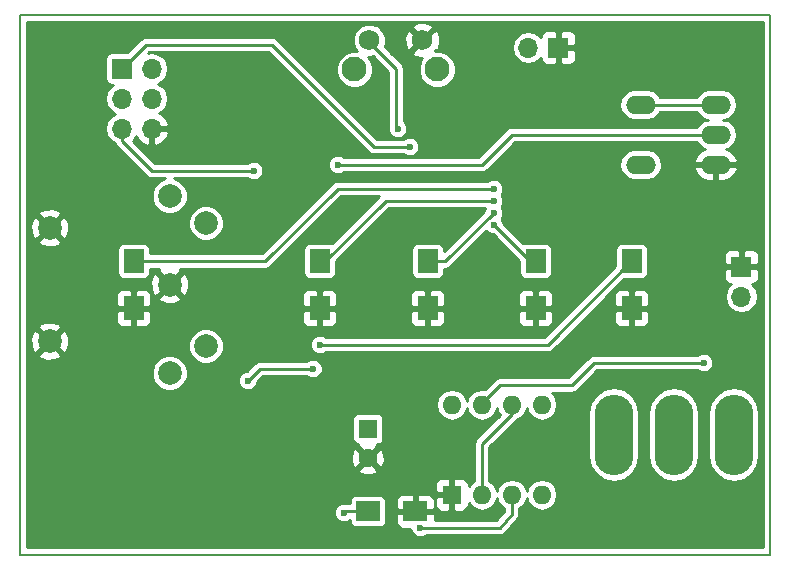
<source format=gbr>
G04 #@! TF.FileFunction,Copper,L2,Bot,Signal*
%FSLAX46Y46*%
G04 Gerber Fmt 4.6, Leading zero omitted, Abs format (unit mm)*
G04 Created by KiCad (PCBNEW 4.0.7-e2-6376~58~ubuntu17.04.1) date Sat Mar 10 17:53:06 2018*
%MOMM*%
%LPD*%
G01*
G04 APERTURE LIST*
%ADD10C,0.100000*%
%ADD11C,0.150000*%
%ADD12R,1.600000X1.600000*%
%ADD13O,1.600000X1.600000*%
%ADD14R,1.700000X2.000000*%
%ADD15R,2.000000X1.700000*%
%ADD16C,1.600000*%
%ADD17R,1.700000X1.700000*%
%ADD18O,1.700000X1.700000*%
%ADD19C,2.100000*%
%ADD20C,1.750000*%
%ADD21O,3.300000X6.800000*%
%ADD22C,2.000000*%
%ADD23O,2.540000X1.524000*%
%ADD24C,0.600000*%
%ADD25C,0.250000*%
%ADD26C,0.254000*%
G04 APERTURE END LIST*
D10*
D11*
X120396000Y-122428000D02*
X120396000Y-76708000D01*
X183896000Y-122428000D02*
X120396000Y-122428000D01*
X183896000Y-122428000D02*
X183896000Y-76708000D01*
X183896000Y-76708000D02*
X120396000Y-76708000D01*
D12*
X156972000Y-117348000D03*
D13*
X164592000Y-109728000D03*
X159512000Y-117348000D03*
X162052000Y-109728000D03*
X162052000Y-117348000D03*
X159512000Y-109728000D03*
X164592000Y-117348000D03*
X156972000Y-109728000D03*
D14*
X164084000Y-101568000D03*
X164084000Y-97568000D03*
X145796000Y-101568000D03*
X145796000Y-97568000D03*
X130048000Y-101568000D03*
X130048000Y-97568000D03*
X172212000Y-101568000D03*
X172212000Y-97568000D03*
X154940000Y-101568000D03*
X154940000Y-97568000D03*
D15*
X153892000Y-118745000D03*
X149892000Y-118745000D03*
D12*
X149860000Y-111760000D03*
D16*
X149860000Y-114260000D03*
D17*
X129032000Y-81280000D03*
D18*
X131572000Y-81280000D03*
X129032000Y-83820000D03*
X131572000Y-83820000D03*
X129032000Y-86360000D03*
X131572000Y-86360000D03*
D19*
X155747000Y-81357000D03*
D20*
X154487000Y-78867000D03*
X149987000Y-78867000D03*
D19*
X148737000Y-81357000D03*
D21*
X180848000Y-112268000D03*
X170688000Y-112268000D03*
X175768000Y-112268000D03*
D17*
X181483000Y-98044000D03*
D18*
X181483000Y-100584000D03*
D17*
X165989000Y-79502000D03*
D18*
X163449000Y-79502000D03*
D22*
X122936000Y-94768000D03*
X136156000Y-94368000D03*
X136156000Y-104768000D03*
X133096000Y-107068000D03*
X133096000Y-99568000D03*
X133096000Y-92068000D03*
X122936000Y-104368000D03*
D23*
X172974000Y-84328000D03*
X172974000Y-89408000D03*
X179324000Y-84328000D03*
X179324000Y-86868000D03*
X179324000Y-89408000D03*
D24*
X145222000Y-106680000D03*
X139700000Y-107696000D03*
X143256000Y-100838000D03*
X149479000Y-92329000D03*
X136906000Y-86360000D03*
X152400000Y-98298000D03*
X160528000Y-91440000D03*
X160528000Y-92456000D03*
X160528000Y-93472000D03*
X160528000Y-94488000D03*
X145796000Y-104648000D03*
X147828000Y-118872000D03*
X154305000Y-120142000D03*
X147320000Y-89408000D03*
X152400000Y-86360000D03*
X153416000Y-87884000D03*
X140208000Y-89916000D03*
X178308000Y-106172000D03*
D25*
X140716000Y-106680000D02*
X145288000Y-106680000D01*
X145222000Y-106680000D02*
X145288000Y-106680000D01*
X172974000Y-84328000D02*
X179324000Y-84328000D01*
X139700000Y-107696000D02*
X140716000Y-106680000D01*
X145796000Y-101568000D02*
X143986000Y-101568000D01*
X143986000Y-101568000D02*
X143256000Y-100838000D01*
X131572000Y-86360000D02*
X136906000Y-86360000D01*
X162052000Y-109728000D02*
X162052000Y-110490000D01*
X162052000Y-110490000D02*
X159512000Y-113030000D01*
X159512000Y-113030000D02*
X159512000Y-117348000D01*
X137160000Y-97568000D02*
X130048000Y-97568000D01*
X137160000Y-97568000D02*
X137160000Y-97568000D01*
X137160000Y-97568000D02*
X141192000Y-97568000D01*
X147320000Y-91440000D02*
X160528000Y-91440000D01*
X141192000Y-97568000D02*
X147320000Y-91440000D01*
X145796000Y-97568000D02*
X146272000Y-97568000D01*
X146272000Y-97568000D02*
X151384000Y-92456000D01*
X151384000Y-92456000D02*
X160528000Y-92456000D01*
X145796000Y-97568000D02*
X145796000Y-97028000D01*
X154940000Y-97568000D02*
X156432000Y-97568000D01*
X156432000Y-97568000D02*
X160528000Y-93472000D01*
X154940000Y-97568000D02*
X154940000Y-97028000D01*
X164084000Y-97568000D02*
X163608000Y-97568000D01*
X163608000Y-97568000D02*
X160528000Y-94488000D01*
X165100000Y-104648000D02*
X172180000Y-97568000D01*
X145796000Y-104648000D02*
X165100000Y-104648000D01*
X172180000Y-97568000D02*
X172212000Y-97568000D01*
X147955000Y-118745000D02*
X149892000Y-118745000D01*
X147828000Y-118872000D02*
X147955000Y-118745000D01*
X162052000Y-118999000D02*
X162052000Y-117348000D01*
X161036000Y-120142000D02*
X162052000Y-118999000D01*
X154305000Y-120142000D02*
X161036000Y-120142000D01*
X162052000Y-86868000D02*
X179324000Y-86868000D01*
X159512000Y-89408000D02*
X162052000Y-86868000D01*
X147320000Y-89408000D02*
X159512000Y-89408000D01*
X149987000Y-78867000D02*
X149987000Y-78994000D01*
X149987000Y-78994000D02*
X152273000Y-81280000D01*
X152273000Y-81280000D02*
X152273000Y-86106000D01*
X152273000Y-86106000D02*
X152400000Y-86233000D01*
X152400000Y-86233000D02*
X152400000Y-86360000D01*
X131064000Y-79248000D02*
X129032000Y-81280000D01*
X141732000Y-79248000D02*
X131064000Y-79248000D01*
X150368000Y-87884000D02*
X141732000Y-79248000D01*
X153416000Y-87884000D02*
X150368000Y-87884000D01*
X131572000Y-89916000D02*
X140208000Y-89916000D01*
X129032000Y-86360000D02*
X129032000Y-87376000D01*
X129032000Y-87376000D02*
X131572000Y-89916000D01*
X129032000Y-86360000D02*
X129032000Y-86868000D01*
X159512000Y-109728000D02*
X159512000Y-109601000D01*
X159512000Y-109601000D02*
X161036000Y-108077000D01*
X169037000Y-106172000D02*
X178308000Y-106172000D01*
X167132000Y-108077000D02*
X169037000Y-106172000D01*
X161036000Y-108077000D02*
X167132000Y-108077000D01*
X180848000Y-109728000D02*
X180848000Y-112268000D01*
D26*
G36*
X183294000Y-121826000D02*
X120998000Y-121826000D01*
X120998000Y-119035779D01*
X147000857Y-119035779D01*
X147126495Y-119339846D01*
X147358930Y-119572688D01*
X147662778Y-119698856D01*
X147991779Y-119699143D01*
X148295846Y-119573505D01*
X148354676Y-119514778D01*
X148354676Y-119595000D01*
X148391423Y-119790294D01*
X148506842Y-119969660D01*
X148682951Y-120089990D01*
X148892000Y-120132324D01*
X150892000Y-120132324D01*
X151087294Y-120095577D01*
X151266660Y-119980158D01*
X151386990Y-119804049D01*
X151429324Y-119595000D01*
X151429324Y-119030750D01*
X152257000Y-119030750D01*
X152257000Y-119721310D01*
X152353673Y-119954699D01*
X152532302Y-120133327D01*
X152765691Y-120230000D01*
X153477923Y-120230000D01*
X153477857Y-120305779D01*
X153603495Y-120609846D01*
X153835930Y-120842688D01*
X154139778Y-120968856D01*
X154468779Y-120969143D01*
X154772846Y-120843505D01*
X154822438Y-120794000D01*
X161036000Y-120794000D01*
X161055048Y-120790211D01*
X161074287Y-120792875D01*
X161179188Y-120765518D01*
X161285510Y-120744369D01*
X161301659Y-120733579D01*
X161320451Y-120728678D01*
X161406889Y-120663267D01*
X161497034Y-120603034D01*
X161507825Y-120586884D01*
X161523311Y-120575165D01*
X162539311Y-119432165D01*
X162594140Y-119338649D01*
X162654369Y-119248510D01*
X162658158Y-119229462D01*
X162667982Y-119212706D01*
X162682853Y-119105312D01*
X162704000Y-118999000D01*
X162704000Y-118503648D01*
X162990331Y-118312328D01*
X163277988Y-117881818D01*
X163322000Y-117660555D01*
X163366012Y-117881818D01*
X163653669Y-118312328D01*
X164084179Y-118599985D01*
X164592000Y-118700997D01*
X165099821Y-118599985D01*
X165530331Y-118312328D01*
X165817988Y-117881818D01*
X165919000Y-117373997D01*
X165919000Y-117322003D01*
X165817988Y-116814182D01*
X165530331Y-116383672D01*
X165099821Y-116096015D01*
X164592000Y-115995003D01*
X164084179Y-116096015D01*
X163653669Y-116383672D01*
X163366012Y-116814182D01*
X163322000Y-117035445D01*
X163277988Y-116814182D01*
X162990331Y-116383672D01*
X162559821Y-116096015D01*
X162052000Y-115995003D01*
X161544179Y-116096015D01*
X161113669Y-116383672D01*
X160826012Y-116814182D01*
X160782000Y-117035445D01*
X160737988Y-116814182D01*
X160450331Y-116383672D01*
X160164000Y-116192352D01*
X160164000Y-113300068D01*
X162465276Y-110998791D01*
X162559821Y-110979985D01*
X162990331Y-110692328D01*
X163277988Y-110261818D01*
X163322000Y-110040555D01*
X163366012Y-110261818D01*
X163653669Y-110692328D01*
X164084179Y-110979985D01*
X164592000Y-111080997D01*
X165099821Y-110979985D01*
X165530331Y-110692328D01*
X165698218Y-110441066D01*
X168511000Y-110441066D01*
X168511000Y-114094934D01*
X168676714Y-114928036D01*
X169148629Y-115634305D01*
X169854898Y-116106220D01*
X170688000Y-116271934D01*
X171521102Y-116106220D01*
X172227371Y-115634305D01*
X172699286Y-114928036D01*
X172865000Y-114094934D01*
X172865000Y-110441066D01*
X173591000Y-110441066D01*
X173591000Y-114094934D01*
X173756714Y-114928036D01*
X174228629Y-115634305D01*
X174934898Y-116106220D01*
X175768000Y-116271934D01*
X176601102Y-116106220D01*
X177307371Y-115634305D01*
X177779286Y-114928036D01*
X177945000Y-114094934D01*
X177945000Y-110441066D01*
X178671000Y-110441066D01*
X178671000Y-114094934D01*
X178836714Y-114928036D01*
X179308629Y-115634305D01*
X180014898Y-116106220D01*
X180848000Y-116271934D01*
X181681102Y-116106220D01*
X182387371Y-115634305D01*
X182859286Y-114928036D01*
X183025000Y-114094934D01*
X183025000Y-110441066D01*
X182859286Y-109607964D01*
X182387371Y-108901695D01*
X181681102Y-108429780D01*
X180848000Y-108264066D01*
X180014898Y-108429780D01*
X179308629Y-108901695D01*
X178836714Y-109607964D01*
X178671000Y-110441066D01*
X177945000Y-110441066D01*
X177779286Y-109607964D01*
X177307371Y-108901695D01*
X176601102Y-108429780D01*
X175768000Y-108264066D01*
X174934898Y-108429780D01*
X174228629Y-108901695D01*
X173756714Y-109607964D01*
X173591000Y-110441066D01*
X172865000Y-110441066D01*
X172699286Y-109607964D01*
X172227371Y-108901695D01*
X171521102Y-108429780D01*
X170688000Y-108264066D01*
X169854898Y-108429780D01*
X169148629Y-108901695D01*
X168676714Y-109607964D01*
X168511000Y-110441066D01*
X165698218Y-110441066D01*
X165817988Y-110261818D01*
X165919000Y-109753997D01*
X165919000Y-109702003D01*
X165817988Y-109194182D01*
X165530331Y-108763672D01*
X165478441Y-108729000D01*
X167131995Y-108729000D01*
X167132000Y-108729001D01*
X167340113Y-108687604D01*
X167381510Y-108679369D01*
X167593034Y-108538034D01*
X169307068Y-106824000D01*
X177790327Y-106824000D01*
X177838930Y-106872688D01*
X178142778Y-106998856D01*
X178471779Y-106999143D01*
X178775846Y-106873505D01*
X179008688Y-106641070D01*
X179134856Y-106337222D01*
X179135143Y-106008221D01*
X179009505Y-105704154D01*
X178777070Y-105471312D01*
X178473222Y-105345144D01*
X178144221Y-105344857D01*
X177840154Y-105470495D01*
X177790562Y-105520000D01*
X169037005Y-105520000D01*
X169037000Y-105519999D01*
X168787491Y-105569630D01*
X168575966Y-105710966D01*
X166861932Y-107425000D01*
X161036000Y-107425000D01*
X160786490Y-107474631D01*
X160574966Y-107615966D01*
X160574964Y-107615969D01*
X159765504Y-108425428D01*
X159512000Y-108375003D01*
X159004179Y-108476015D01*
X158573669Y-108763672D01*
X158286012Y-109194182D01*
X158242000Y-109415445D01*
X158197988Y-109194182D01*
X157910331Y-108763672D01*
X157479821Y-108476015D01*
X156972000Y-108375003D01*
X156464179Y-108476015D01*
X156033669Y-108763672D01*
X155746012Y-109194182D01*
X155645000Y-109702003D01*
X155645000Y-109753997D01*
X155746012Y-110261818D01*
X156033669Y-110692328D01*
X156464179Y-110979985D01*
X156972000Y-111080997D01*
X157479821Y-110979985D01*
X157910331Y-110692328D01*
X158197988Y-110261818D01*
X158242000Y-110040555D01*
X158286012Y-110261818D01*
X158573669Y-110692328D01*
X159004179Y-110979985D01*
X159512000Y-111080997D01*
X160019821Y-110979985D01*
X160450331Y-110692328D01*
X160737988Y-110261818D01*
X160782000Y-110040555D01*
X160826012Y-110261818D01*
X161039142Y-110580791D01*
X159050966Y-112568966D01*
X158909631Y-112780490D01*
X158909631Y-112780491D01*
X158859999Y-113030000D01*
X158860000Y-113030005D01*
X158860000Y-116192352D01*
X158573669Y-116383672D01*
X158407000Y-116633110D01*
X158407000Y-116421691D01*
X158310327Y-116188302D01*
X158131699Y-116009673D01*
X157898310Y-115913000D01*
X157257750Y-115913000D01*
X157099000Y-116071750D01*
X157099000Y-117221000D01*
X157119000Y-117221000D01*
X157119000Y-117475000D01*
X157099000Y-117475000D01*
X157099000Y-118624250D01*
X157257750Y-118783000D01*
X157898310Y-118783000D01*
X158131699Y-118686327D01*
X158310327Y-118507698D01*
X158407000Y-118274309D01*
X158407000Y-118062890D01*
X158573669Y-118312328D01*
X159004179Y-118599985D01*
X159512000Y-118700997D01*
X160019821Y-118599985D01*
X160450331Y-118312328D01*
X160737988Y-117881818D01*
X160782000Y-117660555D01*
X160826012Y-117881818D01*
X161113669Y-118312328D01*
X161400000Y-118503648D01*
X161400000Y-118751109D01*
X160743209Y-119490000D01*
X155527000Y-119490000D01*
X155527000Y-119030750D01*
X155368250Y-118872000D01*
X154019000Y-118872000D01*
X154019000Y-118892000D01*
X153765000Y-118892000D01*
X153765000Y-118872000D01*
X152415750Y-118872000D01*
X152257000Y-119030750D01*
X151429324Y-119030750D01*
X151429324Y-117895000D01*
X151405558Y-117768690D01*
X152257000Y-117768690D01*
X152257000Y-118459250D01*
X152415750Y-118618000D01*
X153765000Y-118618000D01*
X153765000Y-117418750D01*
X154019000Y-117418750D01*
X154019000Y-118618000D01*
X155368250Y-118618000D01*
X155527000Y-118459250D01*
X155527000Y-117768690D01*
X155471106Y-117633750D01*
X155537000Y-117633750D01*
X155537000Y-118274309D01*
X155633673Y-118507698D01*
X155812301Y-118686327D01*
X156045690Y-118783000D01*
X156686250Y-118783000D01*
X156845000Y-118624250D01*
X156845000Y-117475000D01*
X155695750Y-117475000D01*
X155537000Y-117633750D01*
X155471106Y-117633750D01*
X155430327Y-117535301D01*
X155251698Y-117356673D01*
X155018309Y-117260000D01*
X154177750Y-117260000D01*
X154019000Y-117418750D01*
X153765000Y-117418750D01*
X153606250Y-117260000D01*
X152765691Y-117260000D01*
X152532302Y-117356673D01*
X152353673Y-117535301D01*
X152257000Y-117768690D01*
X151405558Y-117768690D01*
X151392577Y-117699706D01*
X151277158Y-117520340D01*
X151101049Y-117400010D01*
X150892000Y-117357676D01*
X148892000Y-117357676D01*
X148696706Y-117394423D01*
X148517340Y-117509842D01*
X148397010Y-117685951D01*
X148354676Y-117895000D01*
X148354676Y-118093000D01*
X148108473Y-118093000D01*
X147993222Y-118045144D01*
X147664221Y-118044857D01*
X147360154Y-118170495D01*
X147127312Y-118402930D01*
X147001144Y-118706778D01*
X147000857Y-119035779D01*
X120998000Y-119035779D01*
X120998000Y-116421691D01*
X155537000Y-116421691D01*
X155537000Y-117062250D01*
X155695750Y-117221000D01*
X156845000Y-117221000D01*
X156845000Y-116071750D01*
X156686250Y-115913000D01*
X156045690Y-115913000D01*
X155812301Y-116009673D01*
X155633673Y-116188302D01*
X155537000Y-116421691D01*
X120998000Y-116421691D01*
X120998000Y-115267745D01*
X149031861Y-115267745D01*
X149105995Y-115513864D01*
X149643223Y-115706965D01*
X150213454Y-115679778D01*
X150614005Y-115513864D01*
X150688139Y-115267745D01*
X149860000Y-114439605D01*
X149031861Y-115267745D01*
X120998000Y-115267745D01*
X120998000Y-114043223D01*
X148413035Y-114043223D01*
X148440222Y-114613454D01*
X148606136Y-115014005D01*
X148852255Y-115088139D01*
X149680395Y-114260000D01*
X150039605Y-114260000D01*
X150867745Y-115088139D01*
X151113864Y-115014005D01*
X151306965Y-114476777D01*
X151279778Y-113906546D01*
X151113864Y-113505995D01*
X150867745Y-113431861D01*
X150039605Y-114260000D01*
X149680395Y-114260000D01*
X148852255Y-113431861D01*
X148606136Y-113505995D01*
X148413035Y-114043223D01*
X120998000Y-114043223D01*
X120998000Y-110960000D01*
X148522676Y-110960000D01*
X148522676Y-112560000D01*
X148559423Y-112755294D01*
X148674842Y-112934660D01*
X148850951Y-113054990D01*
X149060000Y-113097324D01*
X149078528Y-113097324D01*
X149031861Y-113252255D01*
X149860000Y-114080395D01*
X150688139Y-113252255D01*
X150641472Y-113097324D01*
X150660000Y-113097324D01*
X150855294Y-113060577D01*
X151034660Y-112945158D01*
X151154990Y-112769049D01*
X151197324Y-112560000D01*
X151197324Y-110960000D01*
X151160577Y-110764706D01*
X151045158Y-110585340D01*
X150869049Y-110465010D01*
X150660000Y-110422676D01*
X149060000Y-110422676D01*
X148864706Y-110459423D01*
X148685340Y-110574842D01*
X148565010Y-110750951D01*
X148522676Y-110960000D01*
X120998000Y-110960000D01*
X120998000Y-107370407D01*
X131568735Y-107370407D01*
X131800717Y-107931846D01*
X132229894Y-108361773D01*
X132790928Y-108594735D01*
X133398407Y-108595265D01*
X133959846Y-108363283D01*
X134389773Y-107934106D01*
X134420636Y-107859779D01*
X138872857Y-107859779D01*
X138998495Y-108163846D01*
X139230930Y-108396688D01*
X139534778Y-108522856D01*
X139863779Y-108523143D01*
X140167846Y-108397505D01*
X140400688Y-108165070D01*
X140526856Y-107861222D01*
X140526917Y-107791151D01*
X140986068Y-107332000D01*
X144704327Y-107332000D01*
X144752930Y-107380688D01*
X145056778Y-107506856D01*
X145385779Y-107507143D01*
X145689846Y-107381505D01*
X145922688Y-107149070D01*
X146048856Y-106845222D01*
X146049143Y-106516221D01*
X145923505Y-106212154D01*
X145691070Y-105979312D01*
X145387222Y-105853144D01*
X145058221Y-105852857D01*
X144754154Y-105978495D01*
X144704562Y-106028000D01*
X140716005Y-106028000D01*
X140716000Y-106027999D01*
X140507887Y-106069396D01*
X140466490Y-106077631D01*
X140325256Y-106172000D01*
X140254966Y-106218966D01*
X139605015Y-106868917D01*
X139536221Y-106868857D01*
X139232154Y-106994495D01*
X138999312Y-107226930D01*
X138873144Y-107530778D01*
X138872857Y-107859779D01*
X134420636Y-107859779D01*
X134622735Y-107373072D01*
X134623265Y-106765593D01*
X134391283Y-106204154D01*
X133962106Y-105774227D01*
X133401072Y-105541265D01*
X132793593Y-105540735D01*
X132232154Y-105772717D01*
X131802227Y-106201894D01*
X131569265Y-106762928D01*
X131568735Y-107370407D01*
X120998000Y-107370407D01*
X120998000Y-105520532D01*
X121963073Y-105520532D01*
X122061736Y-105787387D01*
X122671461Y-106013908D01*
X123321460Y-105989856D01*
X123810264Y-105787387D01*
X123908927Y-105520532D01*
X122936000Y-104547605D01*
X121963073Y-105520532D01*
X120998000Y-105520532D01*
X120998000Y-104103461D01*
X121290092Y-104103461D01*
X121314144Y-104753460D01*
X121516613Y-105242264D01*
X121783468Y-105340927D01*
X122756395Y-104368000D01*
X123115605Y-104368000D01*
X124088532Y-105340927D01*
X124355387Y-105242264D01*
X124419234Y-105070407D01*
X134628735Y-105070407D01*
X134860717Y-105631846D01*
X135289894Y-106061773D01*
X135850928Y-106294735D01*
X136458407Y-106295265D01*
X137019846Y-106063283D01*
X137449773Y-105634106D01*
X137682735Y-105073072D01*
X137682962Y-104811779D01*
X144968857Y-104811779D01*
X145094495Y-105115846D01*
X145326930Y-105348688D01*
X145630778Y-105474856D01*
X145959779Y-105475143D01*
X146263846Y-105349505D01*
X146313438Y-105300000D01*
X165099995Y-105300000D01*
X165100000Y-105300001D01*
X165308113Y-105258604D01*
X165349510Y-105250369D01*
X165561034Y-105109034D01*
X168816318Y-101853750D01*
X170727000Y-101853750D01*
X170727000Y-102694309D01*
X170823673Y-102927698D01*
X171002301Y-103106327D01*
X171235690Y-103203000D01*
X171926250Y-103203000D01*
X172085000Y-103044250D01*
X172085000Y-101695000D01*
X172339000Y-101695000D01*
X172339000Y-103044250D01*
X172497750Y-103203000D01*
X173188310Y-103203000D01*
X173421699Y-103106327D01*
X173600327Y-102927698D01*
X173697000Y-102694309D01*
X173697000Y-101853750D01*
X173538250Y-101695000D01*
X172339000Y-101695000D01*
X172085000Y-101695000D01*
X170885750Y-101695000D01*
X170727000Y-101853750D01*
X168816318Y-101853750D01*
X170228377Y-100441691D01*
X170727000Y-100441691D01*
X170727000Y-101282250D01*
X170885750Y-101441000D01*
X172085000Y-101441000D01*
X172085000Y-100091750D01*
X172339000Y-100091750D01*
X172339000Y-101441000D01*
X173538250Y-101441000D01*
X173697000Y-101282250D01*
X173697000Y-100441691D01*
X173600327Y-100208302D01*
X173421699Y-100029673D01*
X173188310Y-99933000D01*
X172497750Y-99933000D01*
X172339000Y-100091750D01*
X172085000Y-100091750D01*
X171926250Y-99933000D01*
X171235690Y-99933000D01*
X171002301Y-100029673D01*
X170823673Y-100208302D01*
X170727000Y-100441691D01*
X170228377Y-100441691D01*
X171564744Y-99105324D01*
X173062000Y-99105324D01*
X173257294Y-99068577D01*
X173436660Y-98953158D01*
X173556990Y-98777049D01*
X173599324Y-98568000D01*
X173599324Y-98329750D01*
X179998000Y-98329750D01*
X179998000Y-99020310D01*
X180094673Y-99253699D01*
X180273302Y-99432327D01*
X180506691Y-99529000D01*
X180604032Y-99529000D01*
X180482337Y-99610314D01*
X180183841Y-100057045D01*
X180079023Y-100584000D01*
X180183841Y-101110955D01*
X180482337Y-101557686D01*
X180929068Y-101856182D01*
X181456023Y-101961000D01*
X181509977Y-101961000D01*
X182036932Y-101856182D01*
X182483663Y-101557686D01*
X182782159Y-101110955D01*
X182886977Y-100584000D01*
X182782159Y-100057045D01*
X182483663Y-99610314D01*
X182361968Y-99529000D01*
X182459309Y-99529000D01*
X182692698Y-99432327D01*
X182871327Y-99253699D01*
X182968000Y-99020310D01*
X182968000Y-98329750D01*
X182809250Y-98171000D01*
X181610000Y-98171000D01*
X181610000Y-98191000D01*
X181356000Y-98191000D01*
X181356000Y-98171000D01*
X180156750Y-98171000D01*
X179998000Y-98329750D01*
X173599324Y-98329750D01*
X173599324Y-97067690D01*
X179998000Y-97067690D01*
X179998000Y-97758250D01*
X180156750Y-97917000D01*
X181356000Y-97917000D01*
X181356000Y-96717750D01*
X181610000Y-96717750D01*
X181610000Y-97917000D01*
X182809250Y-97917000D01*
X182968000Y-97758250D01*
X182968000Y-97067690D01*
X182871327Y-96834301D01*
X182692698Y-96655673D01*
X182459309Y-96559000D01*
X181768750Y-96559000D01*
X181610000Y-96717750D01*
X181356000Y-96717750D01*
X181197250Y-96559000D01*
X180506691Y-96559000D01*
X180273302Y-96655673D01*
X180094673Y-96834301D01*
X179998000Y-97067690D01*
X173599324Y-97067690D01*
X173599324Y-96568000D01*
X173562577Y-96372706D01*
X173447158Y-96193340D01*
X173271049Y-96073010D01*
X173062000Y-96030676D01*
X171362000Y-96030676D01*
X171166706Y-96067423D01*
X170987340Y-96182842D01*
X170867010Y-96358951D01*
X170824676Y-96568000D01*
X170824676Y-98001256D01*
X164829932Y-103996000D01*
X146313673Y-103996000D01*
X146265070Y-103947312D01*
X145961222Y-103821144D01*
X145632221Y-103820857D01*
X145328154Y-103946495D01*
X145095312Y-104178930D01*
X144969144Y-104482778D01*
X144968857Y-104811779D01*
X137682962Y-104811779D01*
X137683265Y-104465593D01*
X137451283Y-103904154D01*
X137022106Y-103474227D01*
X136461072Y-103241265D01*
X135853593Y-103240735D01*
X135292154Y-103472717D01*
X134862227Y-103901894D01*
X134629265Y-104462928D01*
X134628735Y-105070407D01*
X124419234Y-105070407D01*
X124581908Y-104632539D01*
X124557856Y-103982540D01*
X124355387Y-103493736D01*
X124088532Y-103395073D01*
X123115605Y-104368000D01*
X122756395Y-104368000D01*
X121783468Y-103395073D01*
X121516613Y-103493736D01*
X121290092Y-104103461D01*
X120998000Y-104103461D01*
X120998000Y-103215468D01*
X121963073Y-103215468D01*
X122936000Y-104188395D01*
X123908927Y-103215468D01*
X123810264Y-102948613D01*
X123200539Y-102722092D01*
X122550540Y-102746144D01*
X122061736Y-102948613D01*
X121963073Y-103215468D01*
X120998000Y-103215468D01*
X120998000Y-101853750D01*
X128563000Y-101853750D01*
X128563000Y-102694309D01*
X128659673Y-102927698D01*
X128838301Y-103106327D01*
X129071690Y-103203000D01*
X129762250Y-103203000D01*
X129921000Y-103044250D01*
X129921000Y-101695000D01*
X130175000Y-101695000D01*
X130175000Y-103044250D01*
X130333750Y-103203000D01*
X131024310Y-103203000D01*
X131257699Y-103106327D01*
X131436327Y-102927698D01*
X131533000Y-102694309D01*
X131533000Y-101853750D01*
X144311000Y-101853750D01*
X144311000Y-102694309D01*
X144407673Y-102927698D01*
X144586301Y-103106327D01*
X144819690Y-103203000D01*
X145510250Y-103203000D01*
X145669000Y-103044250D01*
X145669000Y-101695000D01*
X145923000Y-101695000D01*
X145923000Y-103044250D01*
X146081750Y-103203000D01*
X146772310Y-103203000D01*
X147005699Y-103106327D01*
X147184327Y-102927698D01*
X147281000Y-102694309D01*
X147281000Y-101853750D01*
X153455000Y-101853750D01*
X153455000Y-102694309D01*
X153551673Y-102927698D01*
X153730301Y-103106327D01*
X153963690Y-103203000D01*
X154654250Y-103203000D01*
X154813000Y-103044250D01*
X154813000Y-101695000D01*
X155067000Y-101695000D01*
X155067000Y-103044250D01*
X155225750Y-103203000D01*
X155916310Y-103203000D01*
X156149699Y-103106327D01*
X156328327Y-102927698D01*
X156425000Y-102694309D01*
X156425000Y-101853750D01*
X162599000Y-101853750D01*
X162599000Y-102694309D01*
X162695673Y-102927698D01*
X162874301Y-103106327D01*
X163107690Y-103203000D01*
X163798250Y-103203000D01*
X163957000Y-103044250D01*
X163957000Y-101695000D01*
X164211000Y-101695000D01*
X164211000Y-103044250D01*
X164369750Y-103203000D01*
X165060310Y-103203000D01*
X165293699Y-103106327D01*
X165472327Y-102927698D01*
X165569000Y-102694309D01*
X165569000Y-101853750D01*
X165410250Y-101695000D01*
X164211000Y-101695000D01*
X163957000Y-101695000D01*
X162757750Y-101695000D01*
X162599000Y-101853750D01*
X156425000Y-101853750D01*
X156266250Y-101695000D01*
X155067000Y-101695000D01*
X154813000Y-101695000D01*
X153613750Y-101695000D01*
X153455000Y-101853750D01*
X147281000Y-101853750D01*
X147122250Y-101695000D01*
X145923000Y-101695000D01*
X145669000Y-101695000D01*
X144469750Y-101695000D01*
X144311000Y-101853750D01*
X131533000Y-101853750D01*
X131374250Y-101695000D01*
X130175000Y-101695000D01*
X129921000Y-101695000D01*
X128721750Y-101695000D01*
X128563000Y-101853750D01*
X120998000Y-101853750D01*
X120998000Y-100441691D01*
X128563000Y-100441691D01*
X128563000Y-101282250D01*
X128721750Y-101441000D01*
X129921000Y-101441000D01*
X129921000Y-100091750D01*
X130175000Y-100091750D01*
X130175000Y-101441000D01*
X131374250Y-101441000D01*
X131533000Y-101282250D01*
X131533000Y-100720532D01*
X132123073Y-100720532D01*
X132221736Y-100987387D01*
X132831461Y-101213908D01*
X133481460Y-101189856D01*
X133970264Y-100987387D01*
X134068927Y-100720532D01*
X133096000Y-99747605D01*
X132123073Y-100720532D01*
X131533000Y-100720532D01*
X131533000Y-100441691D01*
X131436327Y-100208302D01*
X131257699Y-100029673D01*
X131024310Y-99933000D01*
X130333750Y-99933000D01*
X130175000Y-100091750D01*
X129921000Y-100091750D01*
X129762250Y-99933000D01*
X129071690Y-99933000D01*
X128838301Y-100029673D01*
X128659673Y-100208302D01*
X128563000Y-100441691D01*
X120998000Y-100441691D01*
X120998000Y-99303461D01*
X131450092Y-99303461D01*
X131474144Y-99953460D01*
X131676613Y-100442264D01*
X131943468Y-100540927D01*
X132916395Y-99568000D01*
X133275605Y-99568000D01*
X134248532Y-100540927D01*
X134515387Y-100442264D01*
X134515599Y-100441691D01*
X144311000Y-100441691D01*
X144311000Y-101282250D01*
X144469750Y-101441000D01*
X145669000Y-101441000D01*
X145669000Y-100091750D01*
X145923000Y-100091750D01*
X145923000Y-101441000D01*
X147122250Y-101441000D01*
X147281000Y-101282250D01*
X147281000Y-100441691D01*
X153455000Y-100441691D01*
X153455000Y-101282250D01*
X153613750Y-101441000D01*
X154813000Y-101441000D01*
X154813000Y-100091750D01*
X155067000Y-100091750D01*
X155067000Y-101441000D01*
X156266250Y-101441000D01*
X156425000Y-101282250D01*
X156425000Y-100441691D01*
X162599000Y-100441691D01*
X162599000Y-101282250D01*
X162757750Y-101441000D01*
X163957000Y-101441000D01*
X163957000Y-100091750D01*
X164211000Y-100091750D01*
X164211000Y-101441000D01*
X165410250Y-101441000D01*
X165569000Y-101282250D01*
X165569000Y-100441691D01*
X165472327Y-100208302D01*
X165293699Y-100029673D01*
X165060310Y-99933000D01*
X164369750Y-99933000D01*
X164211000Y-100091750D01*
X163957000Y-100091750D01*
X163798250Y-99933000D01*
X163107690Y-99933000D01*
X162874301Y-100029673D01*
X162695673Y-100208302D01*
X162599000Y-100441691D01*
X156425000Y-100441691D01*
X156328327Y-100208302D01*
X156149699Y-100029673D01*
X155916310Y-99933000D01*
X155225750Y-99933000D01*
X155067000Y-100091750D01*
X154813000Y-100091750D01*
X154654250Y-99933000D01*
X153963690Y-99933000D01*
X153730301Y-100029673D01*
X153551673Y-100208302D01*
X153455000Y-100441691D01*
X147281000Y-100441691D01*
X147184327Y-100208302D01*
X147005699Y-100029673D01*
X146772310Y-99933000D01*
X146081750Y-99933000D01*
X145923000Y-100091750D01*
X145669000Y-100091750D01*
X145510250Y-99933000D01*
X144819690Y-99933000D01*
X144586301Y-100029673D01*
X144407673Y-100208302D01*
X144311000Y-100441691D01*
X134515599Y-100441691D01*
X134741908Y-99832539D01*
X134717856Y-99182540D01*
X134515387Y-98693736D01*
X134248532Y-98595073D01*
X133275605Y-99568000D01*
X132916395Y-99568000D01*
X131943468Y-98595073D01*
X131676613Y-98693736D01*
X131450092Y-99303461D01*
X120998000Y-99303461D01*
X120998000Y-96568000D01*
X128660676Y-96568000D01*
X128660676Y-98568000D01*
X128697423Y-98763294D01*
X128812842Y-98942660D01*
X128988951Y-99062990D01*
X129198000Y-99105324D01*
X130898000Y-99105324D01*
X131093294Y-99068577D01*
X131272660Y-98953158D01*
X131392990Y-98777049D01*
X131435324Y-98568000D01*
X131435324Y-98220000D01*
X132195342Y-98220000D01*
X132123073Y-98415468D01*
X133096000Y-99388395D01*
X134068927Y-98415468D01*
X133996658Y-98220000D01*
X141191995Y-98220000D01*
X141192000Y-98220001D01*
X141400113Y-98178604D01*
X141441510Y-98170369D01*
X141653034Y-98029034D01*
X147590067Y-92092000D01*
X150825933Y-92092000D01*
X146846628Y-96071305D01*
X146646000Y-96030676D01*
X144946000Y-96030676D01*
X144750706Y-96067423D01*
X144571340Y-96182842D01*
X144451010Y-96358951D01*
X144408676Y-96568000D01*
X144408676Y-98568000D01*
X144445423Y-98763294D01*
X144560842Y-98942660D01*
X144736951Y-99062990D01*
X144946000Y-99105324D01*
X146646000Y-99105324D01*
X146841294Y-99068577D01*
X147020660Y-98953158D01*
X147140990Y-98777049D01*
X147183324Y-98568000D01*
X147183324Y-97578744D01*
X151654067Y-93108000D01*
X159783683Y-93108000D01*
X159701144Y-93306778D01*
X159701083Y-93376850D01*
X156327324Y-96750608D01*
X156327324Y-96568000D01*
X156290577Y-96372706D01*
X156175158Y-96193340D01*
X155999049Y-96073010D01*
X155790000Y-96030676D01*
X154090000Y-96030676D01*
X153894706Y-96067423D01*
X153715340Y-96182842D01*
X153595010Y-96358951D01*
X153552676Y-96568000D01*
X153552676Y-98568000D01*
X153589423Y-98763294D01*
X153704842Y-98942660D01*
X153880951Y-99062990D01*
X154090000Y-99105324D01*
X155790000Y-99105324D01*
X155985294Y-99068577D01*
X156164660Y-98953158D01*
X156284990Y-98777049D01*
X156327324Y-98568000D01*
X156327324Y-98220000D01*
X156431995Y-98220000D01*
X156432000Y-98220001D01*
X156640113Y-98178604D01*
X156681510Y-98170369D01*
X156893034Y-98029034D01*
X159896297Y-95025770D01*
X160058930Y-95188688D01*
X160362778Y-95314856D01*
X160432849Y-95314917D01*
X162696676Y-97578743D01*
X162696676Y-98568000D01*
X162733423Y-98763294D01*
X162848842Y-98942660D01*
X163024951Y-99062990D01*
X163234000Y-99105324D01*
X164934000Y-99105324D01*
X165129294Y-99068577D01*
X165308660Y-98953158D01*
X165428990Y-98777049D01*
X165471324Y-98568000D01*
X165471324Y-96568000D01*
X165434577Y-96372706D01*
X165319158Y-96193340D01*
X165143049Y-96073010D01*
X164934000Y-96030676D01*
X163234000Y-96030676D01*
X163038706Y-96067423D01*
X163033099Y-96071031D01*
X161355083Y-94393015D01*
X161355143Y-94324221D01*
X161229505Y-94020154D01*
X161189555Y-93980134D01*
X161228688Y-93941070D01*
X161354856Y-93637222D01*
X161355143Y-93308221D01*
X161229505Y-93004154D01*
X161189555Y-92964134D01*
X161228688Y-92925070D01*
X161354856Y-92621222D01*
X161355143Y-92292221D01*
X161229505Y-91988154D01*
X161189555Y-91948134D01*
X161228688Y-91909070D01*
X161354856Y-91605222D01*
X161355143Y-91276221D01*
X161229505Y-90972154D01*
X160997070Y-90739312D01*
X160693222Y-90613144D01*
X160364221Y-90612857D01*
X160060154Y-90738495D01*
X160010562Y-90788000D01*
X147320005Y-90788000D01*
X147320000Y-90787999D01*
X147070491Y-90837630D01*
X147070489Y-90837631D01*
X147070490Y-90837631D01*
X146858966Y-90978966D01*
X146858964Y-90978969D01*
X140921932Y-96916000D01*
X131435324Y-96916000D01*
X131435324Y-96568000D01*
X131398577Y-96372706D01*
X131283158Y-96193340D01*
X131107049Y-96073010D01*
X130898000Y-96030676D01*
X129198000Y-96030676D01*
X129002706Y-96067423D01*
X128823340Y-96182842D01*
X128703010Y-96358951D01*
X128660676Y-96568000D01*
X120998000Y-96568000D01*
X120998000Y-95920532D01*
X121963073Y-95920532D01*
X122061736Y-96187387D01*
X122671461Y-96413908D01*
X123321460Y-96389856D01*
X123810264Y-96187387D01*
X123908927Y-95920532D01*
X122936000Y-94947605D01*
X121963073Y-95920532D01*
X120998000Y-95920532D01*
X120998000Y-94503461D01*
X121290092Y-94503461D01*
X121314144Y-95153460D01*
X121516613Y-95642264D01*
X121783468Y-95740927D01*
X122756395Y-94768000D01*
X123115605Y-94768000D01*
X124088532Y-95740927D01*
X124355387Y-95642264D01*
X124581908Y-95032539D01*
X124568508Y-94670407D01*
X134628735Y-94670407D01*
X134860717Y-95231846D01*
X135289894Y-95661773D01*
X135850928Y-95894735D01*
X136458407Y-95895265D01*
X137019846Y-95663283D01*
X137449773Y-95234106D01*
X137682735Y-94673072D01*
X137683265Y-94065593D01*
X137451283Y-93504154D01*
X137022106Y-93074227D01*
X136461072Y-92841265D01*
X135853593Y-92840735D01*
X135292154Y-93072717D01*
X134862227Y-93501894D01*
X134629265Y-94062928D01*
X134628735Y-94670407D01*
X124568508Y-94670407D01*
X124557856Y-94382540D01*
X124355387Y-93893736D01*
X124088532Y-93795073D01*
X123115605Y-94768000D01*
X122756395Y-94768000D01*
X121783468Y-93795073D01*
X121516613Y-93893736D01*
X121290092Y-94503461D01*
X120998000Y-94503461D01*
X120998000Y-93615468D01*
X121963073Y-93615468D01*
X122936000Y-94588395D01*
X123908927Y-93615468D01*
X123810264Y-93348613D01*
X123200539Y-93122092D01*
X122550540Y-93146144D01*
X122061736Y-93348613D01*
X121963073Y-93615468D01*
X120998000Y-93615468D01*
X120998000Y-83820000D01*
X127628023Y-83820000D01*
X127732841Y-84346955D01*
X128031337Y-84793686D01*
X128474802Y-85090000D01*
X128031337Y-85386314D01*
X127732841Y-85833045D01*
X127628023Y-86360000D01*
X127732841Y-86886955D01*
X128031337Y-87333686D01*
X128423737Y-87595879D01*
X128429631Y-87625510D01*
X128492915Y-87720221D01*
X128570966Y-87837034D01*
X131110964Y-90377031D01*
X131110966Y-90377034D01*
X131322490Y-90518369D01*
X131572000Y-90568000D01*
X132727607Y-90568000D01*
X132232154Y-90772717D01*
X131802227Y-91201894D01*
X131569265Y-91762928D01*
X131568735Y-92370407D01*
X131800717Y-92931846D01*
X132229894Y-93361773D01*
X132790928Y-93594735D01*
X133398407Y-93595265D01*
X133959846Y-93363283D01*
X134389773Y-92934106D01*
X134622735Y-92373072D01*
X134623265Y-91765593D01*
X134391283Y-91204154D01*
X133962106Y-90774227D01*
X133465457Y-90568000D01*
X139690327Y-90568000D01*
X139738930Y-90616688D01*
X140042778Y-90742856D01*
X140371779Y-90743143D01*
X140675846Y-90617505D01*
X140908688Y-90385070D01*
X141034856Y-90081222D01*
X141035143Y-89752221D01*
X140960586Y-89571779D01*
X146492857Y-89571779D01*
X146618495Y-89875846D01*
X146850930Y-90108688D01*
X147154778Y-90234856D01*
X147483779Y-90235143D01*
X147787846Y-90109505D01*
X147837438Y-90060000D01*
X159511995Y-90060000D01*
X159512000Y-90060001D01*
X159720113Y-90018604D01*
X159761510Y-90010369D01*
X159973034Y-89869034D01*
X160434067Y-89408000D01*
X171141795Y-89408000D01*
X171239914Y-89901279D01*
X171519334Y-90319461D01*
X171937516Y-90598881D01*
X172430795Y-90697000D01*
X173517205Y-90697000D01*
X174010484Y-90598881D01*
X174428666Y-90319461D01*
X174708086Y-89901279D01*
X174737964Y-89751070D01*
X177461780Y-89751070D01*
X177476740Y-89825277D01*
X177738370Y-90306026D01*
X178164059Y-90650059D01*
X178689000Y-90805000D01*
X179197000Y-90805000D01*
X179197000Y-89535000D01*
X179451000Y-89535000D01*
X179451000Y-90805000D01*
X179959000Y-90805000D01*
X180483941Y-90650059D01*
X180909630Y-90306026D01*
X181171260Y-89825277D01*
X181186220Y-89751070D01*
X181063720Y-89535000D01*
X179451000Y-89535000D01*
X179197000Y-89535000D01*
X177584280Y-89535000D01*
X177461780Y-89751070D01*
X174737964Y-89751070D01*
X174806205Y-89408000D01*
X174708086Y-88914721D01*
X174428666Y-88496539D01*
X174010484Y-88217119D01*
X173517205Y-88119000D01*
X172430795Y-88119000D01*
X171937516Y-88217119D01*
X171519334Y-88496539D01*
X171239914Y-88914721D01*
X171141795Y-89408000D01*
X160434067Y-89408000D01*
X162322067Y-87520000D01*
X177695968Y-87520000D01*
X177869334Y-87779461D01*
X178287516Y-88058881D01*
X178430452Y-88087313D01*
X178164059Y-88165941D01*
X177738370Y-88509974D01*
X177476740Y-88990723D01*
X177461780Y-89064930D01*
X177584280Y-89281000D01*
X179197000Y-89281000D01*
X179197000Y-89261000D01*
X179451000Y-89261000D01*
X179451000Y-89281000D01*
X181063720Y-89281000D01*
X181186220Y-89064930D01*
X181171260Y-88990723D01*
X180909630Y-88509974D01*
X180483941Y-88165941D01*
X180217548Y-88087313D01*
X180360484Y-88058881D01*
X180778666Y-87779461D01*
X181058086Y-87361279D01*
X181156205Y-86868000D01*
X181058086Y-86374721D01*
X180778666Y-85956539D01*
X180360484Y-85677119D01*
X179962725Y-85598000D01*
X180360484Y-85518881D01*
X180778666Y-85239461D01*
X181058086Y-84821279D01*
X181156205Y-84328000D01*
X181058086Y-83834721D01*
X180778666Y-83416539D01*
X180360484Y-83137119D01*
X179867205Y-83039000D01*
X178780795Y-83039000D01*
X178287516Y-83137119D01*
X177869334Y-83416539D01*
X177695968Y-83676000D01*
X174602032Y-83676000D01*
X174428666Y-83416539D01*
X174010484Y-83137119D01*
X173517205Y-83039000D01*
X172430795Y-83039000D01*
X171937516Y-83137119D01*
X171519334Y-83416539D01*
X171239914Y-83834721D01*
X171141795Y-84328000D01*
X171239914Y-84821279D01*
X171519334Y-85239461D01*
X171937516Y-85518881D01*
X172430795Y-85617000D01*
X173517205Y-85617000D01*
X174010484Y-85518881D01*
X174428666Y-85239461D01*
X174602032Y-84980000D01*
X177695968Y-84980000D01*
X177869334Y-85239461D01*
X178287516Y-85518881D01*
X178685275Y-85598000D01*
X178287516Y-85677119D01*
X177869334Y-85956539D01*
X177695968Y-86216000D01*
X162052000Y-86216000D01*
X161802490Y-86265631D01*
X161590966Y-86406966D01*
X161590964Y-86406969D01*
X159241932Y-88756000D01*
X147837673Y-88756000D01*
X147789070Y-88707312D01*
X147485222Y-88581144D01*
X147156221Y-88580857D01*
X146852154Y-88706495D01*
X146619312Y-88938930D01*
X146493144Y-89242778D01*
X146492857Y-89571779D01*
X140960586Y-89571779D01*
X140909505Y-89448154D01*
X140677070Y-89215312D01*
X140373222Y-89089144D01*
X140044221Y-89088857D01*
X139740154Y-89214495D01*
X139690562Y-89264000D01*
X131842067Y-89264000D01*
X129960183Y-87382115D01*
X130032663Y-87333686D01*
X130250785Y-87007244D01*
X130300355Y-87126924D01*
X130690642Y-87555183D01*
X131215108Y-87801486D01*
X131445000Y-87680819D01*
X131445000Y-86487000D01*
X131699000Y-86487000D01*
X131699000Y-87680819D01*
X131928892Y-87801486D01*
X132453358Y-87555183D01*
X132843645Y-87126924D01*
X133013476Y-86716890D01*
X132892155Y-86487000D01*
X131699000Y-86487000D01*
X131445000Y-86487000D01*
X131425000Y-86487000D01*
X131425000Y-86233000D01*
X131445000Y-86233000D01*
X131445000Y-86213000D01*
X131699000Y-86213000D01*
X131699000Y-86233000D01*
X132892155Y-86233000D01*
X133013476Y-86003110D01*
X132843645Y-85593076D01*
X132453358Y-85164817D01*
X132197238Y-85044537D01*
X132572663Y-84793686D01*
X132871159Y-84346955D01*
X132975977Y-83820000D01*
X132871159Y-83293045D01*
X132572663Y-82846314D01*
X132129198Y-82550000D01*
X132572663Y-82253686D01*
X132871159Y-81806955D01*
X132975977Y-81280000D01*
X132871159Y-80753045D01*
X132572663Y-80306314D01*
X132125932Y-80007818D01*
X131598977Y-79903000D01*
X131545023Y-79903000D01*
X131277942Y-79956126D01*
X131334068Y-79900000D01*
X141461932Y-79900000D01*
X149906964Y-88345031D01*
X149906966Y-88345034D01*
X150118490Y-88486369D01*
X150368000Y-88536000D01*
X152898327Y-88536000D01*
X152946930Y-88584688D01*
X153250778Y-88710856D01*
X153579779Y-88711143D01*
X153883846Y-88585505D01*
X154116688Y-88353070D01*
X154242856Y-88049222D01*
X154243143Y-87720221D01*
X154117505Y-87416154D01*
X153885070Y-87183312D01*
X153581222Y-87057144D01*
X153252221Y-87056857D01*
X152948154Y-87182495D01*
X152898562Y-87232000D01*
X150638067Y-87232000D01*
X145075376Y-81669308D01*
X147159727Y-81669308D01*
X147399305Y-82249132D01*
X147842535Y-82693136D01*
X148421939Y-82933725D01*
X149049308Y-82934273D01*
X149629132Y-82694695D01*
X150073136Y-82251465D01*
X150313725Y-81672061D01*
X150314273Y-81044692D01*
X150074695Y-80464868D01*
X149879075Y-80268906D01*
X150264652Y-80269243D01*
X150318094Y-80247161D01*
X151621000Y-81550067D01*
X151621000Y-86079527D01*
X151573144Y-86194778D01*
X151572857Y-86523779D01*
X151698495Y-86827846D01*
X151930930Y-87060688D01*
X152234778Y-87186856D01*
X152563779Y-87187143D01*
X152867846Y-87061505D01*
X153100688Y-86829070D01*
X153226856Y-86525222D01*
X153227143Y-86196221D01*
X153101505Y-85892154D01*
X152925000Y-85715340D01*
X152925000Y-81280000D01*
X152875369Y-81030490D01*
X152734034Y-80818966D01*
X152734031Y-80818964D01*
X151844127Y-79929060D01*
X153604545Y-79929060D01*
X153687884Y-80182953D01*
X154252306Y-80388590D01*
X154495497Y-80378050D01*
X154410864Y-80462535D01*
X154170275Y-81041939D01*
X154169727Y-81669308D01*
X154409305Y-82249132D01*
X154852535Y-82693136D01*
X155431939Y-82933725D01*
X156059308Y-82934273D01*
X156639132Y-82694695D01*
X157083136Y-82251465D01*
X157323725Y-81672061D01*
X157324273Y-81044692D01*
X157084695Y-80464868D01*
X156641465Y-80020864D01*
X156062061Y-79780275D01*
X155579461Y-79779853D01*
X155549062Y-79749454D01*
X155802953Y-79666116D01*
X155872574Y-79475023D01*
X162072000Y-79475023D01*
X162072000Y-79528977D01*
X162176818Y-80055932D01*
X162475314Y-80502663D01*
X162922045Y-80801159D01*
X163449000Y-80905977D01*
X163975955Y-80801159D01*
X164422686Y-80502663D01*
X164504000Y-80380968D01*
X164504000Y-80478309D01*
X164600673Y-80711698D01*
X164779301Y-80890327D01*
X165012690Y-80987000D01*
X165703250Y-80987000D01*
X165862000Y-80828250D01*
X165862000Y-79629000D01*
X166116000Y-79629000D01*
X166116000Y-80828250D01*
X166274750Y-80987000D01*
X166965310Y-80987000D01*
X167198699Y-80890327D01*
X167377327Y-80711698D01*
X167474000Y-80478309D01*
X167474000Y-79787750D01*
X167315250Y-79629000D01*
X166116000Y-79629000D01*
X165862000Y-79629000D01*
X165842000Y-79629000D01*
X165842000Y-79375000D01*
X165862000Y-79375000D01*
X165862000Y-78175750D01*
X166116000Y-78175750D01*
X166116000Y-79375000D01*
X167315250Y-79375000D01*
X167474000Y-79216250D01*
X167474000Y-78525691D01*
X167377327Y-78292302D01*
X167198699Y-78113673D01*
X166965310Y-78017000D01*
X166274750Y-78017000D01*
X166116000Y-78175750D01*
X165862000Y-78175750D01*
X165703250Y-78017000D01*
X165012690Y-78017000D01*
X164779301Y-78113673D01*
X164600673Y-78292302D01*
X164504000Y-78525691D01*
X164504000Y-78623032D01*
X164422686Y-78501337D01*
X163975955Y-78202841D01*
X163449000Y-78098023D01*
X162922045Y-78202841D01*
X162475314Y-78501337D01*
X162176818Y-78948068D01*
X162072000Y-79475023D01*
X155872574Y-79475023D01*
X156008590Y-79101694D01*
X155982579Y-78501542D01*
X155802953Y-78067884D01*
X155549060Y-77984545D01*
X154666605Y-78867000D01*
X154680748Y-78881143D01*
X154501143Y-79060748D01*
X154487000Y-79046605D01*
X153604545Y-79929060D01*
X151844127Y-79929060D01*
X151292933Y-79377866D01*
X151388756Y-79147099D01*
X151389205Y-78632306D01*
X152965410Y-78632306D01*
X152991421Y-79232458D01*
X153171047Y-79666116D01*
X153424940Y-79749455D01*
X154307395Y-78867000D01*
X153424940Y-77984545D01*
X153171047Y-78067884D01*
X152965410Y-78632306D01*
X151389205Y-78632306D01*
X151389243Y-78589348D01*
X151176251Y-78073868D01*
X150907792Y-77804940D01*
X153604545Y-77804940D01*
X154487000Y-78687395D01*
X155369455Y-77804940D01*
X155286116Y-77551047D01*
X154721694Y-77345410D01*
X154121542Y-77371421D01*
X153687884Y-77551047D01*
X153604545Y-77804940D01*
X150907792Y-77804940D01*
X150782206Y-77679135D01*
X150267099Y-77465244D01*
X149709348Y-77464757D01*
X149193868Y-77677749D01*
X148799135Y-78071794D01*
X148585244Y-78586901D01*
X148584757Y-79144652D01*
X148797749Y-79660132D01*
X148917565Y-79780158D01*
X148424692Y-79779727D01*
X147844868Y-80019305D01*
X147400864Y-80462535D01*
X147160275Y-81041939D01*
X147159727Y-81669308D01*
X145075376Y-81669308D01*
X142193034Y-78786966D01*
X142129465Y-78744491D01*
X141981510Y-78645631D01*
X141940113Y-78637396D01*
X141732000Y-78595999D01*
X141731995Y-78596000D01*
X131064005Y-78596000D01*
X131064000Y-78595999D01*
X130855887Y-78637396D01*
X130814490Y-78645631D01*
X130666535Y-78744491D01*
X130602966Y-78786966D01*
X129497256Y-79892676D01*
X128182000Y-79892676D01*
X127986706Y-79929423D01*
X127807340Y-80044842D01*
X127687010Y-80220951D01*
X127644676Y-80430000D01*
X127644676Y-82130000D01*
X127681423Y-82325294D01*
X127796842Y-82504660D01*
X127972951Y-82624990D01*
X128182000Y-82667324D01*
X128299215Y-82667324D01*
X128031337Y-82846314D01*
X127732841Y-83293045D01*
X127628023Y-83820000D01*
X120998000Y-83820000D01*
X120998000Y-77310000D01*
X183294000Y-77310000D01*
X183294000Y-121826000D01*
X183294000Y-121826000D01*
G37*
X183294000Y-121826000D02*
X120998000Y-121826000D01*
X120998000Y-119035779D01*
X147000857Y-119035779D01*
X147126495Y-119339846D01*
X147358930Y-119572688D01*
X147662778Y-119698856D01*
X147991779Y-119699143D01*
X148295846Y-119573505D01*
X148354676Y-119514778D01*
X148354676Y-119595000D01*
X148391423Y-119790294D01*
X148506842Y-119969660D01*
X148682951Y-120089990D01*
X148892000Y-120132324D01*
X150892000Y-120132324D01*
X151087294Y-120095577D01*
X151266660Y-119980158D01*
X151386990Y-119804049D01*
X151429324Y-119595000D01*
X151429324Y-119030750D01*
X152257000Y-119030750D01*
X152257000Y-119721310D01*
X152353673Y-119954699D01*
X152532302Y-120133327D01*
X152765691Y-120230000D01*
X153477923Y-120230000D01*
X153477857Y-120305779D01*
X153603495Y-120609846D01*
X153835930Y-120842688D01*
X154139778Y-120968856D01*
X154468779Y-120969143D01*
X154772846Y-120843505D01*
X154822438Y-120794000D01*
X161036000Y-120794000D01*
X161055048Y-120790211D01*
X161074287Y-120792875D01*
X161179188Y-120765518D01*
X161285510Y-120744369D01*
X161301659Y-120733579D01*
X161320451Y-120728678D01*
X161406889Y-120663267D01*
X161497034Y-120603034D01*
X161507825Y-120586884D01*
X161523311Y-120575165D01*
X162539311Y-119432165D01*
X162594140Y-119338649D01*
X162654369Y-119248510D01*
X162658158Y-119229462D01*
X162667982Y-119212706D01*
X162682853Y-119105312D01*
X162704000Y-118999000D01*
X162704000Y-118503648D01*
X162990331Y-118312328D01*
X163277988Y-117881818D01*
X163322000Y-117660555D01*
X163366012Y-117881818D01*
X163653669Y-118312328D01*
X164084179Y-118599985D01*
X164592000Y-118700997D01*
X165099821Y-118599985D01*
X165530331Y-118312328D01*
X165817988Y-117881818D01*
X165919000Y-117373997D01*
X165919000Y-117322003D01*
X165817988Y-116814182D01*
X165530331Y-116383672D01*
X165099821Y-116096015D01*
X164592000Y-115995003D01*
X164084179Y-116096015D01*
X163653669Y-116383672D01*
X163366012Y-116814182D01*
X163322000Y-117035445D01*
X163277988Y-116814182D01*
X162990331Y-116383672D01*
X162559821Y-116096015D01*
X162052000Y-115995003D01*
X161544179Y-116096015D01*
X161113669Y-116383672D01*
X160826012Y-116814182D01*
X160782000Y-117035445D01*
X160737988Y-116814182D01*
X160450331Y-116383672D01*
X160164000Y-116192352D01*
X160164000Y-113300068D01*
X162465276Y-110998791D01*
X162559821Y-110979985D01*
X162990331Y-110692328D01*
X163277988Y-110261818D01*
X163322000Y-110040555D01*
X163366012Y-110261818D01*
X163653669Y-110692328D01*
X164084179Y-110979985D01*
X164592000Y-111080997D01*
X165099821Y-110979985D01*
X165530331Y-110692328D01*
X165698218Y-110441066D01*
X168511000Y-110441066D01*
X168511000Y-114094934D01*
X168676714Y-114928036D01*
X169148629Y-115634305D01*
X169854898Y-116106220D01*
X170688000Y-116271934D01*
X171521102Y-116106220D01*
X172227371Y-115634305D01*
X172699286Y-114928036D01*
X172865000Y-114094934D01*
X172865000Y-110441066D01*
X173591000Y-110441066D01*
X173591000Y-114094934D01*
X173756714Y-114928036D01*
X174228629Y-115634305D01*
X174934898Y-116106220D01*
X175768000Y-116271934D01*
X176601102Y-116106220D01*
X177307371Y-115634305D01*
X177779286Y-114928036D01*
X177945000Y-114094934D01*
X177945000Y-110441066D01*
X178671000Y-110441066D01*
X178671000Y-114094934D01*
X178836714Y-114928036D01*
X179308629Y-115634305D01*
X180014898Y-116106220D01*
X180848000Y-116271934D01*
X181681102Y-116106220D01*
X182387371Y-115634305D01*
X182859286Y-114928036D01*
X183025000Y-114094934D01*
X183025000Y-110441066D01*
X182859286Y-109607964D01*
X182387371Y-108901695D01*
X181681102Y-108429780D01*
X180848000Y-108264066D01*
X180014898Y-108429780D01*
X179308629Y-108901695D01*
X178836714Y-109607964D01*
X178671000Y-110441066D01*
X177945000Y-110441066D01*
X177779286Y-109607964D01*
X177307371Y-108901695D01*
X176601102Y-108429780D01*
X175768000Y-108264066D01*
X174934898Y-108429780D01*
X174228629Y-108901695D01*
X173756714Y-109607964D01*
X173591000Y-110441066D01*
X172865000Y-110441066D01*
X172699286Y-109607964D01*
X172227371Y-108901695D01*
X171521102Y-108429780D01*
X170688000Y-108264066D01*
X169854898Y-108429780D01*
X169148629Y-108901695D01*
X168676714Y-109607964D01*
X168511000Y-110441066D01*
X165698218Y-110441066D01*
X165817988Y-110261818D01*
X165919000Y-109753997D01*
X165919000Y-109702003D01*
X165817988Y-109194182D01*
X165530331Y-108763672D01*
X165478441Y-108729000D01*
X167131995Y-108729000D01*
X167132000Y-108729001D01*
X167340113Y-108687604D01*
X167381510Y-108679369D01*
X167593034Y-108538034D01*
X169307068Y-106824000D01*
X177790327Y-106824000D01*
X177838930Y-106872688D01*
X178142778Y-106998856D01*
X178471779Y-106999143D01*
X178775846Y-106873505D01*
X179008688Y-106641070D01*
X179134856Y-106337222D01*
X179135143Y-106008221D01*
X179009505Y-105704154D01*
X178777070Y-105471312D01*
X178473222Y-105345144D01*
X178144221Y-105344857D01*
X177840154Y-105470495D01*
X177790562Y-105520000D01*
X169037005Y-105520000D01*
X169037000Y-105519999D01*
X168787491Y-105569630D01*
X168575966Y-105710966D01*
X166861932Y-107425000D01*
X161036000Y-107425000D01*
X160786490Y-107474631D01*
X160574966Y-107615966D01*
X160574964Y-107615969D01*
X159765504Y-108425428D01*
X159512000Y-108375003D01*
X159004179Y-108476015D01*
X158573669Y-108763672D01*
X158286012Y-109194182D01*
X158242000Y-109415445D01*
X158197988Y-109194182D01*
X157910331Y-108763672D01*
X157479821Y-108476015D01*
X156972000Y-108375003D01*
X156464179Y-108476015D01*
X156033669Y-108763672D01*
X155746012Y-109194182D01*
X155645000Y-109702003D01*
X155645000Y-109753997D01*
X155746012Y-110261818D01*
X156033669Y-110692328D01*
X156464179Y-110979985D01*
X156972000Y-111080997D01*
X157479821Y-110979985D01*
X157910331Y-110692328D01*
X158197988Y-110261818D01*
X158242000Y-110040555D01*
X158286012Y-110261818D01*
X158573669Y-110692328D01*
X159004179Y-110979985D01*
X159512000Y-111080997D01*
X160019821Y-110979985D01*
X160450331Y-110692328D01*
X160737988Y-110261818D01*
X160782000Y-110040555D01*
X160826012Y-110261818D01*
X161039142Y-110580791D01*
X159050966Y-112568966D01*
X158909631Y-112780490D01*
X158909631Y-112780491D01*
X158859999Y-113030000D01*
X158860000Y-113030005D01*
X158860000Y-116192352D01*
X158573669Y-116383672D01*
X158407000Y-116633110D01*
X158407000Y-116421691D01*
X158310327Y-116188302D01*
X158131699Y-116009673D01*
X157898310Y-115913000D01*
X157257750Y-115913000D01*
X157099000Y-116071750D01*
X157099000Y-117221000D01*
X157119000Y-117221000D01*
X157119000Y-117475000D01*
X157099000Y-117475000D01*
X157099000Y-118624250D01*
X157257750Y-118783000D01*
X157898310Y-118783000D01*
X158131699Y-118686327D01*
X158310327Y-118507698D01*
X158407000Y-118274309D01*
X158407000Y-118062890D01*
X158573669Y-118312328D01*
X159004179Y-118599985D01*
X159512000Y-118700997D01*
X160019821Y-118599985D01*
X160450331Y-118312328D01*
X160737988Y-117881818D01*
X160782000Y-117660555D01*
X160826012Y-117881818D01*
X161113669Y-118312328D01*
X161400000Y-118503648D01*
X161400000Y-118751109D01*
X160743209Y-119490000D01*
X155527000Y-119490000D01*
X155527000Y-119030750D01*
X155368250Y-118872000D01*
X154019000Y-118872000D01*
X154019000Y-118892000D01*
X153765000Y-118892000D01*
X153765000Y-118872000D01*
X152415750Y-118872000D01*
X152257000Y-119030750D01*
X151429324Y-119030750D01*
X151429324Y-117895000D01*
X151405558Y-117768690D01*
X152257000Y-117768690D01*
X152257000Y-118459250D01*
X152415750Y-118618000D01*
X153765000Y-118618000D01*
X153765000Y-117418750D01*
X154019000Y-117418750D01*
X154019000Y-118618000D01*
X155368250Y-118618000D01*
X155527000Y-118459250D01*
X155527000Y-117768690D01*
X155471106Y-117633750D01*
X155537000Y-117633750D01*
X155537000Y-118274309D01*
X155633673Y-118507698D01*
X155812301Y-118686327D01*
X156045690Y-118783000D01*
X156686250Y-118783000D01*
X156845000Y-118624250D01*
X156845000Y-117475000D01*
X155695750Y-117475000D01*
X155537000Y-117633750D01*
X155471106Y-117633750D01*
X155430327Y-117535301D01*
X155251698Y-117356673D01*
X155018309Y-117260000D01*
X154177750Y-117260000D01*
X154019000Y-117418750D01*
X153765000Y-117418750D01*
X153606250Y-117260000D01*
X152765691Y-117260000D01*
X152532302Y-117356673D01*
X152353673Y-117535301D01*
X152257000Y-117768690D01*
X151405558Y-117768690D01*
X151392577Y-117699706D01*
X151277158Y-117520340D01*
X151101049Y-117400010D01*
X150892000Y-117357676D01*
X148892000Y-117357676D01*
X148696706Y-117394423D01*
X148517340Y-117509842D01*
X148397010Y-117685951D01*
X148354676Y-117895000D01*
X148354676Y-118093000D01*
X148108473Y-118093000D01*
X147993222Y-118045144D01*
X147664221Y-118044857D01*
X147360154Y-118170495D01*
X147127312Y-118402930D01*
X147001144Y-118706778D01*
X147000857Y-119035779D01*
X120998000Y-119035779D01*
X120998000Y-116421691D01*
X155537000Y-116421691D01*
X155537000Y-117062250D01*
X155695750Y-117221000D01*
X156845000Y-117221000D01*
X156845000Y-116071750D01*
X156686250Y-115913000D01*
X156045690Y-115913000D01*
X155812301Y-116009673D01*
X155633673Y-116188302D01*
X155537000Y-116421691D01*
X120998000Y-116421691D01*
X120998000Y-115267745D01*
X149031861Y-115267745D01*
X149105995Y-115513864D01*
X149643223Y-115706965D01*
X150213454Y-115679778D01*
X150614005Y-115513864D01*
X150688139Y-115267745D01*
X149860000Y-114439605D01*
X149031861Y-115267745D01*
X120998000Y-115267745D01*
X120998000Y-114043223D01*
X148413035Y-114043223D01*
X148440222Y-114613454D01*
X148606136Y-115014005D01*
X148852255Y-115088139D01*
X149680395Y-114260000D01*
X150039605Y-114260000D01*
X150867745Y-115088139D01*
X151113864Y-115014005D01*
X151306965Y-114476777D01*
X151279778Y-113906546D01*
X151113864Y-113505995D01*
X150867745Y-113431861D01*
X150039605Y-114260000D01*
X149680395Y-114260000D01*
X148852255Y-113431861D01*
X148606136Y-113505995D01*
X148413035Y-114043223D01*
X120998000Y-114043223D01*
X120998000Y-110960000D01*
X148522676Y-110960000D01*
X148522676Y-112560000D01*
X148559423Y-112755294D01*
X148674842Y-112934660D01*
X148850951Y-113054990D01*
X149060000Y-113097324D01*
X149078528Y-113097324D01*
X149031861Y-113252255D01*
X149860000Y-114080395D01*
X150688139Y-113252255D01*
X150641472Y-113097324D01*
X150660000Y-113097324D01*
X150855294Y-113060577D01*
X151034660Y-112945158D01*
X151154990Y-112769049D01*
X151197324Y-112560000D01*
X151197324Y-110960000D01*
X151160577Y-110764706D01*
X151045158Y-110585340D01*
X150869049Y-110465010D01*
X150660000Y-110422676D01*
X149060000Y-110422676D01*
X148864706Y-110459423D01*
X148685340Y-110574842D01*
X148565010Y-110750951D01*
X148522676Y-110960000D01*
X120998000Y-110960000D01*
X120998000Y-107370407D01*
X131568735Y-107370407D01*
X131800717Y-107931846D01*
X132229894Y-108361773D01*
X132790928Y-108594735D01*
X133398407Y-108595265D01*
X133959846Y-108363283D01*
X134389773Y-107934106D01*
X134420636Y-107859779D01*
X138872857Y-107859779D01*
X138998495Y-108163846D01*
X139230930Y-108396688D01*
X139534778Y-108522856D01*
X139863779Y-108523143D01*
X140167846Y-108397505D01*
X140400688Y-108165070D01*
X140526856Y-107861222D01*
X140526917Y-107791151D01*
X140986068Y-107332000D01*
X144704327Y-107332000D01*
X144752930Y-107380688D01*
X145056778Y-107506856D01*
X145385779Y-107507143D01*
X145689846Y-107381505D01*
X145922688Y-107149070D01*
X146048856Y-106845222D01*
X146049143Y-106516221D01*
X145923505Y-106212154D01*
X145691070Y-105979312D01*
X145387222Y-105853144D01*
X145058221Y-105852857D01*
X144754154Y-105978495D01*
X144704562Y-106028000D01*
X140716005Y-106028000D01*
X140716000Y-106027999D01*
X140507887Y-106069396D01*
X140466490Y-106077631D01*
X140325256Y-106172000D01*
X140254966Y-106218966D01*
X139605015Y-106868917D01*
X139536221Y-106868857D01*
X139232154Y-106994495D01*
X138999312Y-107226930D01*
X138873144Y-107530778D01*
X138872857Y-107859779D01*
X134420636Y-107859779D01*
X134622735Y-107373072D01*
X134623265Y-106765593D01*
X134391283Y-106204154D01*
X133962106Y-105774227D01*
X133401072Y-105541265D01*
X132793593Y-105540735D01*
X132232154Y-105772717D01*
X131802227Y-106201894D01*
X131569265Y-106762928D01*
X131568735Y-107370407D01*
X120998000Y-107370407D01*
X120998000Y-105520532D01*
X121963073Y-105520532D01*
X122061736Y-105787387D01*
X122671461Y-106013908D01*
X123321460Y-105989856D01*
X123810264Y-105787387D01*
X123908927Y-105520532D01*
X122936000Y-104547605D01*
X121963073Y-105520532D01*
X120998000Y-105520532D01*
X120998000Y-104103461D01*
X121290092Y-104103461D01*
X121314144Y-104753460D01*
X121516613Y-105242264D01*
X121783468Y-105340927D01*
X122756395Y-104368000D01*
X123115605Y-104368000D01*
X124088532Y-105340927D01*
X124355387Y-105242264D01*
X124419234Y-105070407D01*
X134628735Y-105070407D01*
X134860717Y-105631846D01*
X135289894Y-106061773D01*
X135850928Y-106294735D01*
X136458407Y-106295265D01*
X137019846Y-106063283D01*
X137449773Y-105634106D01*
X137682735Y-105073072D01*
X137682962Y-104811779D01*
X144968857Y-104811779D01*
X145094495Y-105115846D01*
X145326930Y-105348688D01*
X145630778Y-105474856D01*
X145959779Y-105475143D01*
X146263846Y-105349505D01*
X146313438Y-105300000D01*
X165099995Y-105300000D01*
X165100000Y-105300001D01*
X165308113Y-105258604D01*
X165349510Y-105250369D01*
X165561034Y-105109034D01*
X168816318Y-101853750D01*
X170727000Y-101853750D01*
X170727000Y-102694309D01*
X170823673Y-102927698D01*
X171002301Y-103106327D01*
X171235690Y-103203000D01*
X171926250Y-103203000D01*
X172085000Y-103044250D01*
X172085000Y-101695000D01*
X172339000Y-101695000D01*
X172339000Y-103044250D01*
X172497750Y-103203000D01*
X173188310Y-103203000D01*
X173421699Y-103106327D01*
X173600327Y-102927698D01*
X173697000Y-102694309D01*
X173697000Y-101853750D01*
X173538250Y-101695000D01*
X172339000Y-101695000D01*
X172085000Y-101695000D01*
X170885750Y-101695000D01*
X170727000Y-101853750D01*
X168816318Y-101853750D01*
X170228377Y-100441691D01*
X170727000Y-100441691D01*
X170727000Y-101282250D01*
X170885750Y-101441000D01*
X172085000Y-101441000D01*
X172085000Y-100091750D01*
X172339000Y-100091750D01*
X172339000Y-101441000D01*
X173538250Y-101441000D01*
X173697000Y-101282250D01*
X173697000Y-100441691D01*
X173600327Y-100208302D01*
X173421699Y-100029673D01*
X173188310Y-99933000D01*
X172497750Y-99933000D01*
X172339000Y-100091750D01*
X172085000Y-100091750D01*
X171926250Y-99933000D01*
X171235690Y-99933000D01*
X171002301Y-100029673D01*
X170823673Y-100208302D01*
X170727000Y-100441691D01*
X170228377Y-100441691D01*
X171564744Y-99105324D01*
X173062000Y-99105324D01*
X173257294Y-99068577D01*
X173436660Y-98953158D01*
X173556990Y-98777049D01*
X173599324Y-98568000D01*
X173599324Y-98329750D01*
X179998000Y-98329750D01*
X179998000Y-99020310D01*
X180094673Y-99253699D01*
X180273302Y-99432327D01*
X180506691Y-99529000D01*
X180604032Y-99529000D01*
X180482337Y-99610314D01*
X180183841Y-100057045D01*
X180079023Y-100584000D01*
X180183841Y-101110955D01*
X180482337Y-101557686D01*
X180929068Y-101856182D01*
X181456023Y-101961000D01*
X181509977Y-101961000D01*
X182036932Y-101856182D01*
X182483663Y-101557686D01*
X182782159Y-101110955D01*
X182886977Y-100584000D01*
X182782159Y-100057045D01*
X182483663Y-99610314D01*
X182361968Y-99529000D01*
X182459309Y-99529000D01*
X182692698Y-99432327D01*
X182871327Y-99253699D01*
X182968000Y-99020310D01*
X182968000Y-98329750D01*
X182809250Y-98171000D01*
X181610000Y-98171000D01*
X181610000Y-98191000D01*
X181356000Y-98191000D01*
X181356000Y-98171000D01*
X180156750Y-98171000D01*
X179998000Y-98329750D01*
X173599324Y-98329750D01*
X173599324Y-97067690D01*
X179998000Y-97067690D01*
X179998000Y-97758250D01*
X180156750Y-97917000D01*
X181356000Y-97917000D01*
X181356000Y-96717750D01*
X181610000Y-96717750D01*
X181610000Y-97917000D01*
X182809250Y-97917000D01*
X182968000Y-97758250D01*
X182968000Y-97067690D01*
X182871327Y-96834301D01*
X182692698Y-96655673D01*
X182459309Y-96559000D01*
X181768750Y-96559000D01*
X181610000Y-96717750D01*
X181356000Y-96717750D01*
X181197250Y-96559000D01*
X180506691Y-96559000D01*
X180273302Y-96655673D01*
X180094673Y-96834301D01*
X179998000Y-97067690D01*
X173599324Y-97067690D01*
X173599324Y-96568000D01*
X173562577Y-96372706D01*
X173447158Y-96193340D01*
X173271049Y-96073010D01*
X173062000Y-96030676D01*
X171362000Y-96030676D01*
X171166706Y-96067423D01*
X170987340Y-96182842D01*
X170867010Y-96358951D01*
X170824676Y-96568000D01*
X170824676Y-98001256D01*
X164829932Y-103996000D01*
X146313673Y-103996000D01*
X146265070Y-103947312D01*
X145961222Y-103821144D01*
X145632221Y-103820857D01*
X145328154Y-103946495D01*
X145095312Y-104178930D01*
X144969144Y-104482778D01*
X144968857Y-104811779D01*
X137682962Y-104811779D01*
X137683265Y-104465593D01*
X137451283Y-103904154D01*
X137022106Y-103474227D01*
X136461072Y-103241265D01*
X135853593Y-103240735D01*
X135292154Y-103472717D01*
X134862227Y-103901894D01*
X134629265Y-104462928D01*
X134628735Y-105070407D01*
X124419234Y-105070407D01*
X124581908Y-104632539D01*
X124557856Y-103982540D01*
X124355387Y-103493736D01*
X124088532Y-103395073D01*
X123115605Y-104368000D01*
X122756395Y-104368000D01*
X121783468Y-103395073D01*
X121516613Y-103493736D01*
X121290092Y-104103461D01*
X120998000Y-104103461D01*
X120998000Y-103215468D01*
X121963073Y-103215468D01*
X122936000Y-104188395D01*
X123908927Y-103215468D01*
X123810264Y-102948613D01*
X123200539Y-102722092D01*
X122550540Y-102746144D01*
X122061736Y-102948613D01*
X121963073Y-103215468D01*
X120998000Y-103215468D01*
X120998000Y-101853750D01*
X128563000Y-101853750D01*
X128563000Y-102694309D01*
X128659673Y-102927698D01*
X128838301Y-103106327D01*
X129071690Y-103203000D01*
X129762250Y-103203000D01*
X129921000Y-103044250D01*
X129921000Y-101695000D01*
X130175000Y-101695000D01*
X130175000Y-103044250D01*
X130333750Y-103203000D01*
X131024310Y-103203000D01*
X131257699Y-103106327D01*
X131436327Y-102927698D01*
X131533000Y-102694309D01*
X131533000Y-101853750D01*
X144311000Y-101853750D01*
X144311000Y-102694309D01*
X144407673Y-102927698D01*
X144586301Y-103106327D01*
X144819690Y-103203000D01*
X145510250Y-103203000D01*
X145669000Y-103044250D01*
X145669000Y-101695000D01*
X145923000Y-101695000D01*
X145923000Y-103044250D01*
X146081750Y-103203000D01*
X146772310Y-103203000D01*
X147005699Y-103106327D01*
X147184327Y-102927698D01*
X147281000Y-102694309D01*
X147281000Y-101853750D01*
X153455000Y-101853750D01*
X153455000Y-102694309D01*
X153551673Y-102927698D01*
X153730301Y-103106327D01*
X153963690Y-103203000D01*
X154654250Y-103203000D01*
X154813000Y-103044250D01*
X154813000Y-101695000D01*
X155067000Y-101695000D01*
X155067000Y-103044250D01*
X155225750Y-103203000D01*
X155916310Y-103203000D01*
X156149699Y-103106327D01*
X156328327Y-102927698D01*
X156425000Y-102694309D01*
X156425000Y-101853750D01*
X162599000Y-101853750D01*
X162599000Y-102694309D01*
X162695673Y-102927698D01*
X162874301Y-103106327D01*
X163107690Y-103203000D01*
X163798250Y-103203000D01*
X163957000Y-103044250D01*
X163957000Y-101695000D01*
X164211000Y-101695000D01*
X164211000Y-103044250D01*
X164369750Y-103203000D01*
X165060310Y-103203000D01*
X165293699Y-103106327D01*
X165472327Y-102927698D01*
X165569000Y-102694309D01*
X165569000Y-101853750D01*
X165410250Y-101695000D01*
X164211000Y-101695000D01*
X163957000Y-101695000D01*
X162757750Y-101695000D01*
X162599000Y-101853750D01*
X156425000Y-101853750D01*
X156266250Y-101695000D01*
X155067000Y-101695000D01*
X154813000Y-101695000D01*
X153613750Y-101695000D01*
X153455000Y-101853750D01*
X147281000Y-101853750D01*
X147122250Y-101695000D01*
X145923000Y-101695000D01*
X145669000Y-101695000D01*
X144469750Y-101695000D01*
X144311000Y-101853750D01*
X131533000Y-101853750D01*
X131374250Y-101695000D01*
X130175000Y-101695000D01*
X129921000Y-101695000D01*
X128721750Y-101695000D01*
X128563000Y-101853750D01*
X120998000Y-101853750D01*
X120998000Y-100441691D01*
X128563000Y-100441691D01*
X128563000Y-101282250D01*
X128721750Y-101441000D01*
X129921000Y-101441000D01*
X129921000Y-100091750D01*
X130175000Y-100091750D01*
X130175000Y-101441000D01*
X131374250Y-101441000D01*
X131533000Y-101282250D01*
X131533000Y-100720532D01*
X132123073Y-100720532D01*
X132221736Y-100987387D01*
X132831461Y-101213908D01*
X133481460Y-101189856D01*
X133970264Y-100987387D01*
X134068927Y-100720532D01*
X133096000Y-99747605D01*
X132123073Y-100720532D01*
X131533000Y-100720532D01*
X131533000Y-100441691D01*
X131436327Y-100208302D01*
X131257699Y-100029673D01*
X131024310Y-99933000D01*
X130333750Y-99933000D01*
X130175000Y-100091750D01*
X129921000Y-100091750D01*
X129762250Y-99933000D01*
X129071690Y-99933000D01*
X128838301Y-100029673D01*
X128659673Y-100208302D01*
X128563000Y-100441691D01*
X120998000Y-100441691D01*
X120998000Y-99303461D01*
X131450092Y-99303461D01*
X131474144Y-99953460D01*
X131676613Y-100442264D01*
X131943468Y-100540927D01*
X132916395Y-99568000D01*
X133275605Y-99568000D01*
X134248532Y-100540927D01*
X134515387Y-100442264D01*
X134515599Y-100441691D01*
X144311000Y-100441691D01*
X144311000Y-101282250D01*
X144469750Y-101441000D01*
X145669000Y-101441000D01*
X145669000Y-100091750D01*
X145923000Y-100091750D01*
X145923000Y-101441000D01*
X147122250Y-101441000D01*
X147281000Y-101282250D01*
X147281000Y-100441691D01*
X153455000Y-100441691D01*
X153455000Y-101282250D01*
X153613750Y-101441000D01*
X154813000Y-101441000D01*
X154813000Y-100091750D01*
X155067000Y-100091750D01*
X155067000Y-101441000D01*
X156266250Y-101441000D01*
X156425000Y-101282250D01*
X156425000Y-100441691D01*
X162599000Y-100441691D01*
X162599000Y-101282250D01*
X162757750Y-101441000D01*
X163957000Y-101441000D01*
X163957000Y-100091750D01*
X164211000Y-100091750D01*
X164211000Y-101441000D01*
X165410250Y-101441000D01*
X165569000Y-101282250D01*
X165569000Y-100441691D01*
X165472327Y-100208302D01*
X165293699Y-100029673D01*
X165060310Y-99933000D01*
X164369750Y-99933000D01*
X164211000Y-100091750D01*
X163957000Y-100091750D01*
X163798250Y-99933000D01*
X163107690Y-99933000D01*
X162874301Y-100029673D01*
X162695673Y-100208302D01*
X162599000Y-100441691D01*
X156425000Y-100441691D01*
X156328327Y-100208302D01*
X156149699Y-100029673D01*
X155916310Y-99933000D01*
X155225750Y-99933000D01*
X155067000Y-100091750D01*
X154813000Y-100091750D01*
X154654250Y-99933000D01*
X153963690Y-99933000D01*
X153730301Y-100029673D01*
X153551673Y-100208302D01*
X153455000Y-100441691D01*
X147281000Y-100441691D01*
X147184327Y-100208302D01*
X147005699Y-100029673D01*
X146772310Y-99933000D01*
X146081750Y-99933000D01*
X145923000Y-100091750D01*
X145669000Y-100091750D01*
X145510250Y-99933000D01*
X144819690Y-99933000D01*
X144586301Y-100029673D01*
X144407673Y-100208302D01*
X144311000Y-100441691D01*
X134515599Y-100441691D01*
X134741908Y-99832539D01*
X134717856Y-99182540D01*
X134515387Y-98693736D01*
X134248532Y-98595073D01*
X133275605Y-99568000D01*
X132916395Y-99568000D01*
X131943468Y-98595073D01*
X131676613Y-98693736D01*
X131450092Y-99303461D01*
X120998000Y-99303461D01*
X120998000Y-96568000D01*
X128660676Y-96568000D01*
X128660676Y-98568000D01*
X128697423Y-98763294D01*
X128812842Y-98942660D01*
X128988951Y-99062990D01*
X129198000Y-99105324D01*
X130898000Y-99105324D01*
X131093294Y-99068577D01*
X131272660Y-98953158D01*
X131392990Y-98777049D01*
X131435324Y-98568000D01*
X131435324Y-98220000D01*
X132195342Y-98220000D01*
X132123073Y-98415468D01*
X133096000Y-99388395D01*
X134068927Y-98415468D01*
X133996658Y-98220000D01*
X141191995Y-98220000D01*
X141192000Y-98220001D01*
X141400113Y-98178604D01*
X141441510Y-98170369D01*
X141653034Y-98029034D01*
X147590067Y-92092000D01*
X150825933Y-92092000D01*
X146846628Y-96071305D01*
X146646000Y-96030676D01*
X144946000Y-96030676D01*
X144750706Y-96067423D01*
X144571340Y-96182842D01*
X144451010Y-96358951D01*
X144408676Y-96568000D01*
X144408676Y-98568000D01*
X144445423Y-98763294D01*
X144560842Y-98942660D01*
X144736951Y-99062990D01*
X144946000Y-99105324D01*
X146646000Y-99105324D01*
X146841294Y-99068577D01*
X147020660Y-98953158D01*
X147140990Y-98777049D01*
X147183324Y-98568000D01*
X147183324Y-97578744D01*
X151654067Y-93108000D01*
X159783683Y-93108000D01*
X159701144Y-93306778D01*
X159701083Y-93376850D01*
X156327324Y-96750608D01*
X156327324Y-96568000D01*
X156290577Y-96372706D01*
X156175158Y-96193340D01*
X155999049Y-96073010D01*
X155790000Y-96030676D01*
X154090000Y-96030676D01*
X153894706Y-96067423D01*
X153715340Y-96182842D01*
X153595010Y-96358951D01*
X153552676Y-96568000D01*
X153552676Y-98568000D01*
X153589423Y-98763294D01*
X153704842Y-98942660D01*
X153880951Y-99062990D01*
X154090000Y-99105324D01*
X155790000Y-99105324D01*
X155985294Y-99068577D01*
X156164660Y-98953158D01*
X156284990Y-98777049D01*
X156327324Y-98568000D01*
X156327324Y-98220000D01*
X156431995Y-98220000D01*
X156432000Y-98220001D01*
X156640113Y-98178604D01*
X156681510Y-98170369D01*
X156893034Y-98029034D01*
X159896297Y-95025770D01*
X160058930Y-95188688D01*
X160362778Y-95314856D01*
X160432849Y-95314917D01*
X162696676Y-97578743D01*
X162696676Y-98568000D01*
X162733423Y-98763294D01*
X162848842Y-98942660D01*
X163024951Y-99062990D01*
X163234000Y-99105324D01*
X164934000Y-99105324D01*
X165129294Y-99068577D01*
X165308660Y-98953158D01*
X165428990Y-98777049D01*
X165471324Y-98568000D01*
X165471324Y-96568000D01*
X165434577Y-96372706D01*
X165319158Y-96193340D01*
X165143049Y-96073010D01*
X164934000Y-96030676D01*
X163234000Y-96030676D01*
X163038706Y-96067423D01*
X163033099Y-96071031D01*
X161355083Y-94393015D01*
X161355143Y-94324221D01*
X161229505Y-94020154D01*
X161189555Y-93980134D01*
X161228688Y-93941070D01*
X161354856Y-93637222D01*
X161355143Y-93308221D01*
X161229505Y-93004154D01*
X161189555Y-92964134D01*
X161228688Y-92925070D01*
X161354856Y-92621222D01*
X161355143Y-92292221D01*
X161229505Y-91988154D01*
X161189555Y-91948134D01*
X161228688Y-91909070D01*
X161354856Y-91605222D01*
X161355143Y-91276221D01*
X161229505Y-90972154D01*
X160997070Y-90739312D01*
X160693222Y-90613144D01*
X160364221Y-90612857D01*
X160060154Y-90738495D01*
X160010562Y-90788000D01*
X147320005Y-90788000D01*
X147320000Y-90787999D01*
X147070491Y-90837630D01*
X147070489Y-90837631D01*
X147070490Y-90837631D01*
X146858966Y-90978966D01*
X146858964Y-90978969D01*
X140921932Y-96916000D01*
X131435324Y-96916000D01*
X131435324Y-96568000D01*
X131398577Y-96372706D01*
X131283158Y-96193340D01*
X131107049Y-96073010D01*
X130898000Y-96030676D01*
X129198000Y-96030676D01*
X129002706Y-96067423D01*
X128823340Y-96182842D01*
X128703010Y-96358951D01*
X128660676Y-96568000D01*
X120998000Y-96568000D01*
X120998000Y-95920532D01*
X121963073Y-95920532D01*
X122061736Y-96187387D01*
X122671461Y-96413908D01*
X123321460Y-96389856D01*
X123810264Y-96187387D01*
X123908927Y-95920532D01*
X122936000Y-94947605D01*
X121963073Y-95920532D01*
X120998000Y-95920532D01*
X120998000Y-94503461D01*
X121290092Y-94503461D01*
X121314144Y-95153460D01*
X121516613Y-95642264D01*
X121783468Y-95740927D01*
X122756395Y-94768000D01*
X123115605Y-94768000D01*
X124088532Y-95740927D01*
X124355387Y-95642264D01*
X124581908Y-95032539D01*
X124568508Y-94670407D01*
X134628735Y-94670407D01*
X134860717Y-95231846D01*
X135289894Y-95661773D01*
X135850928Y-95894735D01*
X136458407Y-95895265D01*
X137019846Y-95663283D01*
X137449773Y-95234106D01*
X137682735Y-94673072D01*
X137683265Y-94065593D01*
X137451283Y-93504154D01*
X137022106Y-93074227D01*
X136461072Y-92841265D01*
X135853593Y-92840735D01*
X135292154Y-93072717D01*
X134862227Y-93501894D01*
X134629265Y-94062928D01*
X134628735Y-94670407D01*
X124568508Y-94670407D01*
X124557856Y-94382540D01*
X124355387Y-93893736D01*
X124088532Y-93795073D01*
X123115605Y-94768000D01*
X122756395Y-94768000D01*
X121783468Y-93795073D01*
X121516613Y-93893736D01*
X121290092Y-94503461D01*
X120998000Y-94503461D01*
X120998000Y-93615468D01*
X121963073Y-93615468D01*
X122936000Y-94588395D01*
X123908927Y-93615468D01*
X123810264Y-93348613D01*
X123200539Y-93122092D01*
X122550540Y-93146144D01*
X122061736Y-93348613D01*
X121963073Y-93615468D01*
X120998000Y-93615468D01*
X120998000Y-83820000D01*
X127628023Y-83820000D01*
X127732841Y-84346955D01*
X128031337Y-84793686D01*
X128474802Y-85090000D01*
X128031337Y-85386314D01*
X127732841Y-85833045D01*
X127628023Y-86360000D01*
X127732841Y-86886955D01*
X128031337Y-87333686D01*
X128423737Y-87595879D01*
X128429631Y-87625510D01*
X128492915Y-87720221D01*
X128570966Y-87837034D01*
X131110964Y-90377031D01*
X131110966Y-90377034D01*
X131322490Y-90518369D01*
X131572000Y-90568000D01*
X132727607Y-90568000D01*
X132232154Y-90772717D01*
X131802227Y-91201894D01*
X131569265Y-91762928D01*
X131568735Y-92370407D01*
X131800717Y-92931846D01*
X132229894Y-93361773D01*
X132790928Y-93594735D01*
X133398407Y-93595265D01*
X133959846Y-93363283D01*
X134389773Y-92934106D01*
X134622735Y-92373072D01*
X134623265Y-91765593D01*
X134391283Y-91204154D01*
X133962106Y-90774227D01*
X133465457Y-90568000D01*
X139690327Y-90568000D01*
X139738930Y-90616688D01*
X140042778Y-90742856D01*
X140371779Y-90743143D01*
X140675846Y-90617505D01*
X140908688Y-90385070D01*
X141034856Y-90081222D01*
X141035143Y-89752221D01*
X140960586Y-89571779D01*
X146492857Y-89571779D01*
X146618495Y-89875846D01*
X146850930Y-90108688D01*
X147154778Y-90234856D01*
X147483779Y-90235143D01*
X147787846Y-90109505D01*
X147837438Y-90060000D01*
X159511995Y-90060000D01*
X159512000Y-90060001D01*
X159720113Y-90018604D01*
X159761510Y-90010369D01*
X159973034Y-89869034D01*
X160434067Y-89408000D01*
X171141795Y-89408000D01*
X171239914Y-89901279D01*
X171519334Y-90319461D01*
X171937516Y-90598881D01*
X172430795Y-90697000D01*
X173517205Y-90697000D01*
X174010484Y-90598881D01*
X174428666Y-90319461D01*
X174708086Y-89901279D01*
X174737964Y-89751070D01*
X177461780Y-89751070D01*
X177476740Y-89825277D01*
X177738370Y-90306026D01*
X178164059Y-90650059D01*
X178689000Y-90805000D01*
X179197000Y-90805000D01*
X179197000Y-89535000D01*
X179451000Y-89535000D01*
X179451000Y-90805000D01*
X179959000Y-90805000D01*
X180483941Y-90650059D01*
X180909630Y-90306026D01*
X181171260Y-89825277D01*
X181186220Y-89751070D01*
X181063720Y-89535000D01*
X179451000Y-89535000D01*
X179197000Y-89535000D01*
X177584280Y-89535000D01*
X177461780Y-89751070D01*
X174737964Y-89751070D01*
X174806205Y-89408000D01*
X174708086Y-88914721D01*
X174428666Y-88496539D01*
X174010484Y-88217119D01*
X173517205Y-88119000D01*
X172430795Y-88119000D01*
X171937516Y-88217119D01*
X171519334Y-88496539D01*
X171239914Y-88914721D01*
X171141795Y-89408000D01*
X160434067Y-89408000D01*
X162322067Y-87520000D01*
X177695968Y-87520000D01*
X177869334Y-87779461D01*
X178287516Y-88058881D01*
X178430452Y-88087313D01*
X178164059Y-88165941D01*
X177738370Y-88509974D01*
X177476740Y-88990723D01*
X177461780Y-89064930D01*
X177584280Y-89281000D01*
X179197000Y-89281000D01*
X179197000Y-89261000D01*
X179451000Y-89261000D01*
X179451000Y-89281000D01*
X181063720Y-89281000D01*
X181186220Y-89064930D01*
X181171260Y-88990723D01*
X180909630Y-88509974D01*
X180483941Y-88165941D01*
X180217548Y-88087313D01*
X180360484Y-88058881D01*
X180778666Y-87779461D01*
X181058086Y-87361279D01*
X181156205Y-86868000D01*
X181058086Y-86374721D01*
X180778666Y-85956539D01*
X180360484Y-85677119D01*
X179962725Y-85598000D01*
X180360484Y-85518881D01*
X180778666Y-85239461D01*
X181058086Y-84821279D01*
X181156205Y-84328000D01*
X181058086Y-83834721D01*
X180778666Y-83416539D01*
X180360484Y-83137119D01*
X179867205Y-83039000D01*
X178780795Y-83039000D01*
X178287516Y-83137119D01*
X177869334Y-83416539D01*
X177695968Y-83676000D01*
X174602032Y-83676000D01*
X174428666Y-83416539D01*
X174010484Y-83137119D01*
X173517205Y-83039000D01*
X172430795Y-83039000D01*
X171937516Y-83137119D01*
X171519334Y-83416539D01*
X171239914Y-83834721D01*
X171141795Y-84328000D01*
X171239914Y-84821279D01*
X171519334Y-85239461D01*
X171937516Y-85518881D01*
X172430795Y-85617000D01*
X173517205Y-85617000D01*
X174010484Y-85518881D01*
X174428666Y-85239461D01*
X174602032Y-84980000D01*
X177695968Y-84980000D01*
X177869334Y-85239461D01*
X178287516Y-85518881D01*
X178685275Y-85598000D01*
X178287516Y-85677119D01*
X177869334Y-85956539D01*
X177695968Y-86216000D01*
X162052000Y-86216000D01*
X161802490Y-86265631D01*
X161590966Y-86406966D01*
X161590964Y-86406969D01*
X159241932Y-88756000D01*
X147837673Y-88756000D01*
X147789070Y-88707312D01*
X147485222Y-88581144D01*
X147156221Y-88580857D01*
X146852154Y-88706495D01*
X146619312Y-88938930D01*
X146493144Y-89242778D01*
X146492857Y-89571779D01*
X140960586Y-89571779D01*
X140909505Y-89448154D01*
X140677070Y-89215312D01*
X140373222Y-89089144D01*
X140044221Y-89088857D01*
X139740154Y-89214495D01*
X139690562Y-89264000D01*
X131842067Y-89264000D01*
X129960183Y-87382115D01*
X130032663Y-87333686D01*
X130250785Y-87007244D01*
X130300355Y-87126924D01*
X130690642Y-87555183D01*
X131215108Y-87801486D01*
X131445000Y-87680819D01*
X131445000Y-86487000D01*
X131699000Y-86487000D01*
X131699000Y-87680819D01*
X131928892Y-87801486D01*
X132453358Y-87555183D01*
X132843645Y-87126924D01*
X133013476Y-86716890D01*
X132892155Y-86487000D01*
X131699000Y-86487000D01*
X131445000Y-86487000D01*
X131425000Y-86487000D01*
X131425000Y-86233000D01*
X131445000Y-86233000D01*
X131445000Y-86213000D01*
X131699000Y-86213000D01*
X131699000Y-86233000D01*
X132892155Y-86233000D01*
X133013476Y-86003110D01*
X132843645Y-85593076D01*
X132453358Y-85164817D01*
X132197238Y-85044537D01*
X132572663Y-84793686D01*
X132871159Y-84346955D01*
X132975977Y-83820000D01*
X132871159Y-83293045D01*
X132572663Y-82846314D01*
X132129198Y-82550000D01*
X132572663Y-82253686D01*
X132871159Y-81806955D01*
X132975977Y-81280000D01*
X132871159Y-80753045D01*
X132572663Y-80306314D01*
X132125932Y-80007818D01*
X131598977Y-79903000D01*
X131545023Y-79903000D01*
X131277942Y-79956126D01*
X131334068Y-79900000D01*
X141461932Y-79900000D01*
X149906964Y-88345031D01*
X149906966Y-88345034D01*
X150118490Y-88486369D01*
X150368000Y-88536000D01*
X152898327Y-88536000D01*
X152946930Y-88584688D01*
X153250778Y-88710856D01*
X153579779Y-88711143D01*
X153883846Y-88585505D01*
X154116688Y-88353070D01*
X154242856Y-88049222D01*
X154243143Y-87720221D01*
X154117505Y-87416154D01*
X153885070Y-87183312D01*
X153581222Y-87057144D01*
X153252221Y-87056857D01*
X152948154Y-87182495D01*
X152898562Y-87232000D01*
X150638067Y-87232000D01*
X145075376Y-81669308D01*
X147159727Y-81669308D01*
X147399305Y-82249132D01*
X147842535Y-82693136D01*
X148421939Y-82933725D01*
X149049308Y-82934273D01*
X149629132Y-82694695D01*
X150073136Y-82251465D01*
X150313725Y-81672061D01*
X150314273Y-81044692D01*
X150074695Y-80464868D01*
X149879075Y-80268906D01*
X150264652Y-80269243D01*
X150318094Y-80247161D01*
X151621000Y-81550067D01*
X151621000Y-86079527D01*
X151573144Y-86194778D01*
X151572857Y-86523779D01*
X151698495Y-86827846D01*
X151930930Y-87060688D01*
X152234778Y-87186856D01*
X152563779Y-87187143D01*
X152867846Y-87061505D01*
X153100688Y-86829070D01*
X153226856Y-86525222D01*
X153227143Y-86196221D01*
X153101505Y-85892154D01*
X152925000Y-85715340D01*
X152925000Y-81280000D01*
X152875369Y-81030490D01*
X152734034Y-80818966D01*
X152734031Y-80818964D01*
X151844127Y-79929060D01*
X153604545Y-79929060D01*
X153687884Y-80182953D01*
X154252306Y-80388590D01*
X154495497Y-80378050D01*
X154410864Y-80462535D01*
X154170275Y-81041939D01*
X154169727Y-81669308D01*
X154409305Y-82249132D01*
X154852535Y-82693136D01*
X155431939Y-82933725D01*
X156059308Y-82934273D01*
X156639132Y-82694695D01*
X157083136Y-82251465D01*
X157323725Y-81672061D01*
X157324273Y-81044692D01*
X157084695Y-80464868D01*
X156641465Y-80020864D01*
X156062061Y-79780275D01*
X155579461Y-79779853D01*
X155549062Y-79749454D01*
X155802953Y-79666116D01*
X155872574Y-79475023D01*
X162072000Y-79475023D01*
X162072000Y-79528977D01*
X162176818Y-80055932D01*
X162475314Y-80502663D01*
X162922045Y-80801159D01*
X163449000Y-80905977D01*
X163975955Y-80801159D01*
X164422686Y-80502663D01*
X164504000Y-80380968D01*
X164504000Y-80478309D01*
X164600673Y-80711698D01*
X164779301Y-80890327D01*
X165012690Y-80987000D01*
X165703250Y-80987000D01*
X165862000Y-80828250D01*
X165862000Y-79629000D01*
X166116000Y-79629000D01*
X166116000Y-80828250D01*
X166274750Y-80987000D01*
X166965310Y-80987000D01*
X167198699Y-80890327D01*
X167377327Y-80711698D01*
X167474000Y-80478309D01*
X167474000Y-79787750D01*
X167315250Y-79629000D01*
X166116000Y-79629000D01*
X165862000Y-79629000D01*
X165842000Y-79629000D01*
X165842000Y-79375000D01*
X165862000Y-79375000D01*
X165862000Y-78175750D01*
X166116000Y-78175750D01*
X166116000Y-79375000D01*
X167315250Y-79375000D01*
X167474000Y-79216250D01*
X167474000Y-78525691D01*
X167377327Y-78292302D01*
X167198699Y-78113673D01*
X166965310Y-78017000D01*
X166274750Y-78017000D01*
X166116000Y-78175750D01*
X165862000Y-78175750D01*
X165703250Y-78017000D01*
X165012690Y-78017000D01*
X164779301Y-78113673D01*
X164600673Y-78292302D01*
X164504000Y-78525691D01*
X164504000Y-78623032D01*
X164422686Y-78501337D01*
X163975955Y-78202841D01*
X163449000Y-78098023D01*
X162922045Y-78202841D01*
X162475314Y-78501337D01*
X162176818Y-78948068D01*
X162072000Y-79475023D01*
X155872574Y-79475023D01*
X156008590Y-79101694D01*
X155982579Y-78501542D01*
X155802953Y-78067884D01*
X155549060Y-77984545D01*
X154666605Y-78867000D01*
X154680748Y-78881143D01*
X154501143Y-79060748D01*
X154487000Y-79046605D01*
X153604545Y-79929060D01*
X151844127Y-79929060D01*
X151292933Y-79377866D01*
X151388756Y-79147099D01*
X151389205Y-78632306D01*
X152965410Y-78632306D01*
X152991421Y-79232458D01*
X153171047Y-79666116D01*
X153424940Y-79749455D01*
X154307395Y-78867000D01*
X153424940Y-77984545D01*
X153171047Y-78067884D01*
X152965410Y-78632306D01*
X151389205Y-78632306D01*
X151389243Y-78589348D01*
X151176251Y-78073868D01*
X150907792Y-77804940D01*
X153604545Y-77804940D01*
X154487000Y-78687395D01*
X155369455Y-77804940D01*
X155286116Y-77551047D01*
X154721694Y-77345410D01*
X154121542Y-77371421D01*
X153687884Y-77551047D01*
X153604545Y-77804940D01*
X150907792Y-77804940D01*
X150782206Y-77679135D01*
X150267099Y-77465244D01*
X149709348Y-77464757D01*
X149193868Y-77677749D01*
X148799135Y-78071794D01*
X148585244Y-78586901D01*
X148584757Y-79144652D01*
X148797749Y-79660132D01*
X148917565Y-79780158D01*
X148424692Y-79779727D01*
X147844868Y-80019305D01*
X147400864Y-80462535D01*
X147160275Y-81041939D01*
X147159727Y-81669308D01*
X145075376Y-81669308D01*
X142193034Y-78786966D01*
X142129465Y-78744491D01*
X141981510Y-78645631D01*
X141940113Y-78637396D01*
X141732000Y-78595999D01*
X141731995Y-78596000D01*
X131064005Y-78596000D01*
X131064000Y-78595999D01*
X130855887Y-78637396D01*
X130814490Y-78645631D01*
X130666535Y-78744491D01*
X130602966Y-78786966D01*
X129497256Y-79892676D01*
X128182000Y-79892676D01*
X127986706Y-79929423D01*
X127807340Y-80044842D01*
X127687010Y-80220951D01*
X127644676Y-80430000D01*
X127644676Y-82130000D01*
X127681423Y-82325294D01*
X127796842Y-82504660D01*
X127972951Y-82624990D01*
X128182000Y-82667324D01*
X128299215Y-82667324D01*
X128031337Y-82846314D01*
X127732841Y-83293045D01*
X127628023Y-83820000D01*
X120998000Y-83820000D01*
X120998000Y-77310000D01*
X183294000Y-77310000D01*
X183294000Y-121826000D01*
M02*

</source>
